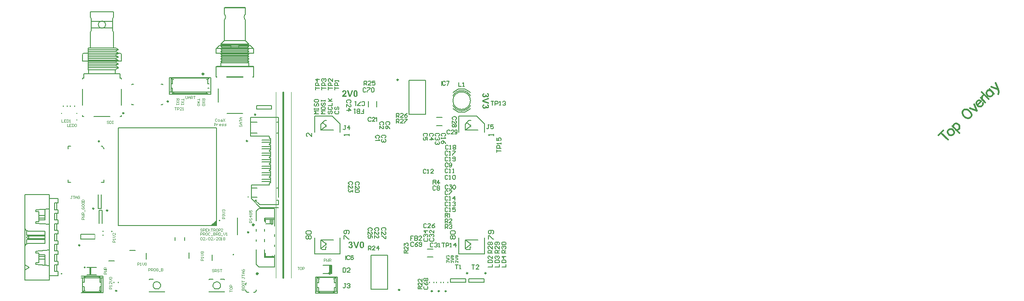
<source format=gto>
G04 Layer_Color=65535*
%FSAX24Y24*%
%MOIN*%
G70*
G01*
G75*
%ADD10C,0.0049*%
%ADD11C,0.0049*%
%ADD14C,0.0118*%
%ADD67C,0.0079*%
%ADD68C,0.0120*%
%ADD69C,0.0098*%
%ADD70C,0.0059*%
%ADD75C,0.0039*%
%ADD81C,0.0100*%
%ADD133R,0.0217X0.0630*%
G36*
X039733Y012469D02*
X039736Y012468D01*
X039739Y012468D01*
X039743Y012467D01*
X039747Y012466D01*
X039756Y012463D01*
X039761Y012461D01*
X039766Y012459D01*
X039771Y012456D01*
X039775Y012453D01*
X039780Y012449D01*
X039785Y012445D01*
X039785Y012444D01*
X039786Y012444D01*
X039787Y012442D01*
X039788Y012440D01*
X039790Y012438D01*
X039792Y012435D01*
X039794Y012432D01*
X039796Y012428D01*
X039798Y012424D01*
X039801Y012419D01*
X039802Y012414D01*
X039804Y012409D01*
X039806Y012403D01*
X039807Y012397D01*
X039808Y012391D01*
X039808Y012384D01*
Y012384D01*
Y012383D01*
Y012381D01*
X039808Y012378D01*
X039807Y012375D01*
X039807Y012372D01*
X039806Y012369D01*
X039805Y012364D01*
X039803Y012355D01*
X039800Y012346D01*
X039797Y012341D01*
X039795Y012337D01*
X039792Y012332D01*
X039788Y012327D01*
X039788Y012327D01*
X039787Y012326D01*
X039786Y012325D01*
X039785Y012324D01*
X039783Y012322D01*
X039780Y012320D01*
X039778Y012318D01*
X039774Y012316D01*
X039771Y012314D01*
X039767Y012311D01*
X039758Y012307D01*
X039748Y012304D01*
X039743Y012302D01*
X039737Y012302D01*
X039731Y012348D01*
X039732D01*
X039734Y012349D01*
X039737Y012349D01*
X039741Y012350D01*
X039746Y012352D01*
X039750Y012354D01*
X039755Y012357D01*
X039759Y012360D01*
X039759Y012361D01*
X039760Y012362D01*
X039762Y012364D01*
X039763Y012367D01*
X039765Y012370D01*
X039766Y012374D01*
X039767Y012379D01*
X039768Y012384D01*
Y012385D01*
X039767Y012386D01*
X039767Y012389D01*
X039766Y012393D01*
X039765Y012397D01*
X039763Y012401D01*
X039760Y012405D01*
X039757Y012409D01*
X039756Y012409D01*
X039754Y012411D01*
X039752Y012412D01*
X039749Y012414D01*
X039744Y012416D01*
X039739Y012418D01*
X039733Y012419D01*
X039726Y012420D01*
X039723D01*
X039719Y012419D01*
X039715Y012418D01*
X039710Y012417D01*
X039706Y012415D01*
X039701Y012413D01*
X039697Y012409D01*
X039696Y012409D01*
X039695Y012407D01*
X039693Y012405D01*
X039691Y012403D01*
X039689Y012399D01*
X039687Y012395D01*
X039686Y012391D01*
X039686Y012386D01*
Y012385D01*
Y012384D01*
Y012382D01*
X039686Y012379D01*
X039686Y012376D01*
X039687Y012372D01*
X039688Y012368D01*
X039689Y012363D01*
X039650Y012369D01*
Y012369D01*
Y012369D01*
Y012370D01*
Y012372D01*
X039650Y012375D01*
X039650Y012380D01*
X039648Y012385D01*
X039647Y012390D01*
X039645Y012394D01*
X039642Y012399D01*
X039642Y012399D01*
X039640Y012401D01*
X039638Y012402D01*
X039635Y012404D01*
X039632Y012406D01*
X039628Y012408D01*
X039623Y012409D01*
X039618Y012409D01*
X039616D01*
X039614Y012409D01*
X039611Y012408D01*
X039607Y012407D01*
X039604Y012406D01*
X039600Y012404D01*
X039597Y012402D01*
X039597Y012401D01*
X039596Y012400D01*
X039595Y012399D01*
X039593Y012396D01*
X039592Y012393D01*
X039591Y012390D01*
X039590Y012386D01*
X039590Y012381D01*
Y012381D01*
Y012379D01*
X039590Y012377D01*
X039591Y012374D01*
X039592Y012371D01*
X039593Y012367D01*
X039596Y012363D01*
X039599Y012360D01*
X039599Y012360D01*
X039600Y012359D01*
X039602Y012357D01*
X039605Y012355D01*
X039608Y012354D01*
X039613Y012352D01*
X039618Y012351D01*
X039624Y012350D01*
X039616Y012305D01*
X039616D01*
X039615Y012306D01*
X039614D01*
X039612Y012306D01*
X039608Y012307D01*
X039603Y012308D01*
X039597Y012311D01*
X039591Y012313D01*
X039585Y012316D01*
X039580Y012319D01*
X039579Y012319D01*
X039577Y012321D01*
X039575Y012323D01*
X039572Y012326D01*
X039568Y012330D01*
X039565Y012334D01*
X039561Y012339D01*
X039558Y012345D01*
Y012346D01*
X039557Y012346D01*
X039557Y012348D01*
X039555Y012352D01*
X039554Y012356D01*
X039552Y012362D01*
X039551Y012368D01*
X039550Y012375D01*
X039550Y012383D01*
Y012383D01*
Y012384D01*
Y012386D01*
X039550Y012389D01*
X039551Y012392D01*
X039551Y012395D01*
X039552Y012399D01*
X039553Y012403D01*
X039555Y012412D01*
X039557Y012417D01*
X039560Y012422D01*
X039562Y012427D01*
X039565Y012431D01*
X039569Y012436D01*
X039573Y012440D01*
X039573Y012440D01*
X039573Y012441D01*
X039575Y012442D01*
X039576Y012443D01*
X039580Y012446D01*
X039585Y012449D01*
X039591Y012452D01*
X039598Y012455D01*
X039606Y012457D01*
X039610Y012457D01*
X039615Y012458D01*
X039616D01*
X039618Y012457D01*
X039620Y012457D01*
X039623Y012457D01*
X039626Y012456D01*
X039630Y012455D01*
X039634Y012453D01*
X039638Y012451D01*
X039642Y012449D01*
X039647Y012446D01*
X039651Y012442D01*
X039655Y012438D01*
X039660Y012433D01*
X039664Y012428D01*
X039668Y012421D01*
Y012422D01*
X039668Y012422D01*
Y012424D01*
X039669Y012425D01*
X039670Y012429D01*
X039672Y012434D01*
X039675Y012439D01*
X039679Y012445D01*
X039683Y012451D01*
X039689Y012456D01*
X039690Y012457D01*
X039692Y012458D01*
X039695Y012460D01*
X039700Y012462D01*
X039705Y012465D01*
X039712Y012467D01*
X039719Y012468D01*
X039728Y012469D01*
X039731D01*
X039733Y012469D01*
D02*
G37*
G36*
X040380Y012901D02*
X040385Y012901D01*
X040392Y012900D01*
X040400Y012900D01*
X040408Y012899D01*
X040416Y012897D01*
X040425Y012896D01*
X040433Y012894D01*
X040442Y012891D01*
X040450Y012889D01*
X040458Y012885D01*
X040465Y012881D01*
X040471Y012877D01*
X040471Y012877D01*
X040472Y012876D01*
X040474Y012875D01*
X040475Y012873D01*
X040477Y012871D01*
X040479Y012869D01*
X040482Y012865D01*
X040484Y012862D01*
X040486Y012858D01*
X040489Y012854D01*
X040491Y012849D01*
X040493Y012844D01*
X040494Y012839D01*
X040496Y012833D01*
X040496Y012826D01*
X040497Y012820D01*
Y012820D01*
Y012818D01*
X040496Y012816D01*
Y012814D01*
X040496Y012811D01*
X040495Y012807D01*
X040495Y012803D01*
X040493Y012799D01*
X040492Y012794D01*
X040490Y012789D01*
X040488Y012784D01*
X040485Y012780D01*
X040482Y012774D01*
X040478Y012770D01*
X040474Y012765D01*
X040469Y012761D01*
X040468Y012760D01*
X040467Y012759D01*
X040466Y012758D01*
X040463Y012757D01*
X040460Y012755D01*
X040456Y012754D01*
X040451Y012751D01*
X040446Y012750D01*
X040439Y012747D01*
X040432Y012745D01*
X040423Y012743D01*
X040414Y012742D01*
X040404Y012741D01*
X040393Y012739D01*
X040381Y012739D01*
X040368Y012738D01*
X040361D01*
X040356Y012739D01*
X040350Y012739D01*
X040343Y012740D01*
X040336Y012741D01*
X040328Y012741D01*
X040320Y012743D01*
X040311Y012744D01*
X040302Y012746D01*
X040294Y012749D01*
X040286Y012751D01*
X040278Y012755D01*
X040271Y012758D01*
X040265Y012763D01*
X040265Y012763D01*
X040264Y012764D01*
X040262Y012765D01*
X040261Y012767D01*
X040259Y012769D01*
X040257Y012771D01*
X040254Y012774D01*
X040252Y012778D01*
X040249Y012782D01*
X040247Y012786D01*
X040245Y012790D01*
X040243Y012796D01*
X040241Y012801D01*
X040240Y012807D01*
X040239Y012813D01*
X040239Y012820D01*
Y012820D01*
Y012821D01*
Y012824D01*
X040239Y012826D01*
X040240Y012829D01*
X040240Y012833D01*
X040241Y012836D01*
X040242Y012841D01*
X040244Y012845D01*
X040245Y012850D01*
X040247Y012854D01*
X040250Y012859D01*
X040253Y012864D01*
X040256Y012869D01*
X040260Y012873D01*
X040265Y012877D01*
X040265Y012877D01*
X040266Y012878D01*
X040268Y012879D01*
X040271Y012881D01*
X040274Y012883D01*
X040279Y012885D01*
X040284Y012887D01*
X040290Y012889D01*
X040296Y012892D01*
X040304Y012894D01*
X040312Y012896D01*
X040322Y012898D01*
X040332Y012900D01*
X040343Y012901D01*
X040355Y012901D01*
X040368Y012902D01*
X040375D01*
X040380Y012901D01*
D02*
G37*
G36*
X039803Y012630D02*
Y012575D01*
X039551Y012484D01*
Y012539D01*
X039738Y012603D01*
X039551Y012665D01*
Y012719D01*
X039803Y012630D01*
D02*
G37*
G36*
X042467Y024338D02*
X042466D01*
X042461Y024337D01*
X042455Y024336D01*
X042447Y024334D01*
X042438Y024330D01*
X042429Y024326D01*
X042420Y024320D01*
X042412Y024314D01*
X042411Y024313D01*
X042409Y024310D01*
X042406Y024306D01*
X042403Y024301D01*
X042399Y024294D01*
X042396Y024285D01*
X042394Y024277D01*
X042394Y024267D01*
Y024265D01*
X042394Y024261D01*
X042395Y024256D01*
X042396Y024249D01*
X042399Y024241D01*
X042403Y024233D01*
X042409Y024224D01*
X042416Y024216D01*
X042417Y024216D01*
X042421Y024213D01*
X042426Y024210D01*
X042432Y024205D01*
X042441Y024202D01*
X042452Y024198D01*
X042464Y024196D01*
X042478Y024195D01*
X042484D01*
X042491Y024196D01*
X042499Y024197D01*
X042509Y024200D01*
X042518Y024204D01*
X042528Y024209D01*
X042536Y024216D01*
X042537Y024216D01*
X042540Y024219D01*
X042544Y024224D01*
X042547Y024229D01*
X042552Y024236D01*
X042555Y024244D01*
X042558Y024253D01*
X042558Y024263D01*
Y024264D01*
Y024267D01*
Y024270D01*
X042558Y024275D01*
X042557Y024282D01*
X042555Y024290D01*
X042553Y024298D01*
X042551Y024307D01*
X042629Y024297D01*
Y024296D01*
Y024296D01*
Y024294D01*
Y024291D01*
X042630Y024283D01*
X042630Y024275D01*
X042633Y024265D01*
X042636Y024255D01*
X042640Y024245D01*
X042646Y024237D01*
X042647Y024236D01*
X042649Y024233D01*
X042653Y024230D01*
X042659Y024226D01*
X042665Y024222D01*
X042673Y024218D01*
X042683Y024216D01*
X042694Y024216D01*
X042698D01*
X042703Y024216D01*
X042708Y024218D01*
X042715Y024219D01*
X042722Y024222D01*
X042729Y024226D01*
X042735Y024231D01*
X042735Y024232D01*
X042737Y024234D01*
X042740Y024237D01*
X042743Y024242D01*
X042745Y024248D01*
X042748Y024254D01*
X042749Y024263D01*
X042750Y024272D01*
Y024272D01*
Y024276D01*
X042749Y024280D01*
X042748Y024286D01*
X042746Y024293D01*
X042743Y024300D01*
X042738Y024307D01*
X042733Y024314D01*
X042732Y024315D01*
X042730Y024317D01*
X042725Y024320D01*
X042719Y024323D01*
X042713Y024327D01*
X042704Y024330D01*
X042694Y024333D01*
X042682Y024335D01*
X042697Y024424D01*
X042698D01*
X042699Y024423D01*
X042701D01*
X042705Y024423D01*
X042713Y024420D01*
X042724Y024417D01*
X042735Y024413D01*
X042748Y024409D01*
X042760Y024403D01*
X042770Y024396D01*
X042772Y024396D01*
X042775Y024393D01*
X042780Y024388D01*
X042786Y024382D01*
X042793Y024375D01*
X042800Y024366D01*
X042808Y024355D01*
X042814Y024344D01*
Y024343D01*
X042815Y024342D01*
X042816Y024338D01*
X042819Y024331D01*
X042822Y024322D01*
X042825Y024311D01*
X042828Y024298D01*
X042829Y024284D01*
X042830Y024269D01*
Y024268D01*
Y024266D01*
Y024262D01*
X042829Y024257D01*
X042829Y024251D01*
X042828Y024244D01*
X042827Y024236D01*
X042824Y024228D01*
X042819Y024210D01*
X042816Y024200D01*
X042811Y024190D01*
X042805Y024181D01*
X042800Y024172D01*
X042792Y024162D01*
X042784Y024154D01*
X042784Y024154D01*
X042783Y024153D01*
X042781Y024151D01*
X042778Y024148D01*
X042770Y024143D01*
X042760Y024136D01*
X042748Y024129D01*
X042733Y024124D01*
X042717Y024120D01*
X042709Y024119D01*
X042700Y024119D01*
X042698D01*
X042694Y024119D01*
X042690Y024120D01*
X042684Y024121D01*
X042677Y024122D01*
X042670Y024124D01*
X042662Y024127D01*
X042654Y024132D01*
X042645Y024136D01*
X042636Y024142D01*
X042628Y024149D01*
X042619Y024158D01*
X042610Y024167D01*
X042602Y024178D01*
X042594Y024191D01*
Y024191D01*
X042593Y024189D01*
Y024187D01*
X042592Y024184D01*
X042590Y024176D01*
X042585Y024167D01*
X042579Y024156D01*
X042572Y024144D01*
X042563Y024132D01*
X042552Y024122D01*
X042550Y024121D01*
X042546Y024118D01*
X042539Y024114D01*
X042530Y024109D01*
X042519Y024104D01*
X042505Y024100D01*
X042491Y024097D01*
X042474Y024096D01*
X042467D01*
X042463Y024097D01*
X042457Y024097D01*
X042450Y024099D01*
X042442Y024100D01*
X042434Y024102D01*
X042417Y024108D01*
X042407Y024112D01*
X042397Y024116D01*
X042388Y024122D01*
X042378Y024129D01*
X042369Y024136D01*
X042360Y024145D01*
X042359Y024146D01*
X042358Y024147D01*
X042356Y024150D01*
X042353Y024154D01*
X042349Y024159D01*
X042345Y024164D01*
X042341Y024171D01*
X042337Y024178D01*
X042332Y024186D01*
X042328Y024196D01*
X042324Y024206D01*
X042321Y024216D01*
X042318Y024228D01*
X042316Y024240D01*
X042314Y024253D01*
X042313Y024266D01*
Y024267D01*
Y024269D01*
Y024272D01*
X042314Y024277D01*
X042315Y024283D01*
X042316Y024290D01*
X042317Y024297D01*
X042318Y024306D01*
X042323Y024323D01*
X042330Y024342D01*
X042334Y024353D01*
X042340Y024361D01*
X042346Y024371D01*
X042353Y024380D01*
X042353Y024380D01*
X042355Y024382D01*
X042357Y024384D01*
X042360Y024387D01*
X042364Y024390D01*
X042369Y024394D01*
X042374Y024398D01*
X042380Y024403D01*
X042388Y024407D01*
X042395Y024412D01*
X042413Y024420D01*
X042433Y024427D01*
X042444Y024430D01*
X042456Y024431D01*
X042467Y024338D01*
D02*
G37*
G36*
X039733Y012899D02*
X039736Y012899D01*
X039739Y012898D01*
X039743Y012897D01*
X039747Y012897D01*
X039756Y012894D01*
X039761Y012892D01*
X039766Y012889D01*
X039771Y012887D01*
X039775Y012883D01*
X039780Y012880D01*
X039785Y012875D01*
X039785Y012875D01*
X039786Y012874D01*
X039787Y012873D01*
X039788Y012871D01*
X039790Y012868D01*
X039792Y012866D01*
X039794Y012862D01*
X039796Y012858D01*
X039798Y012854D01*
X039801Y012850D01*
X039802Y012845D01*
X039804Y012840D01*
X039806Y012834D01*
X039807Y012828D01*
X039808Y012821D01*
X039808Y012815D01*
Y012814D01*
Y012813D01*
Y012812D01*
X039808Y012809D01*
X039807Y012806D01*
X039807Y012803D01*
X039806Y012799D01*
X039805Y012795D01*
X039803Y012786D01*
X039800Y012777D01*
X039797Y012772D01*
X039795Y012767D01*
X039792Y012762D01*
X039788Y012758D01*
X039788Y012758D01*
X039787Y012757D01*
X039786Y012756D01*
X039785Y012754D01*
X039783Y012753D01*
X039780Y012751D01*
X039778Y012749D01*
X039774Y012746D01*
X039771Y012744D01*
X039767Y012742D01*
X039758Y012738D01*
X039748Y012734D01*
X039743Y012733D01*
X039737Y012732D01*
X039731Y012779D01*
X039732D01*
X039734Y012779D01*
X039737Y012780D01*
X039741Y012781D01*
X039746Y012783D01*
X039750Y012785D01*
X039755Y012788D01*
X039759Y012791D01*
X039759Y012791D01*
X039760Y012793D01*
X039762Y012795D01*
X039763Y012797D01*
X039765Y012801D01*
X039766Y012805D01*
X039767Y012809D01*
X039768Y012814D01*
Y012815D01*
X039767Y012817D01*
X039767Y012820D01*
X039766Y012823D01*
X039765Y012827D01*
X039763Y012831D01*
X039760Y012836D01*
X039757Y012840D01*
X039756Y012840D01*
X039754Y012841D01*
X039752Y012843D01*
X039749Y012845D01*
X039744Y012847D01*
X039739Y012849D01*
X039733Y012850D01*
X039726Y012850D01*
X039723D01*
X039719Y012850D01*
X039715Y012849D01*
X039710Y012848D01*
X039706Y012846D01*
X039701Y012843D01*
X039697Y012840D01*
X039696Y012840D01*
X039695Y012838D01*
X039693Y012836D01*
X039691Y012833D01*
X039689Y012830D01*
X039687Y012826D01*
X039686Y012821D01*
X039686Y012816D01*
Y012816D01*
Y012814D01*
Y012813D01*
X039686Y012810D01*
X039686Y012807D01*
X039687Y012803D01*
X039688Y012799D01*
X039689Y012794D01*
X039650Y012799D01*
Y012800D01*
Y012800D01*
Y012801D01*
Y012802D01*
X039650Y012806D01*
X039650Y012810D01*
X039648Y012815D01*
X039647Y012820D01*
X039645Y012825D01*
X039642Y012829D01*
X039642Y012830D01*
X039640Y012831D01*
X039638Y012833D01*
X039635Y012835D01*
X039632Y012837D01*
X039628Y012838D01*
X039623Y012840D01*
X039618Y012840D01*
X039616D01*
X039614Y012840D01*
X039611Y012839D01*
X039607Y012838D01*
X039604Y012837D01*
X039600Y012835D01*
X039597Y012832D01*
X039597Y012832D01*
X039596Y012831D01*
X039595Y012829D01*
X039593Y012827D01*
X039592Y012824D01*
X039591Y012821D01*
X039590Y012816D01*
X039590Y012812D01*
Y012812D01*
Y012810D01*
X039590Y012808D01*
X039591Y012805D01*
X039592Y012801D01*
X039593Y012798D01*
X039596Y012794D01*
X039599Y012791D01*
X039599Y012790D01*
X039600Y012789D01*
X039602Y012788D01*
X039605Y012786D01*
X039608Y012784D01*
X039613Y012783D01*
X039618Y012781D01*
X039624Y012780D01*
X039616Y012736D01*
X039616D01*
X039615Y012736D01*
X039614D01*
X039612Y012737D01*
X039608Y012738D01*
X039603Y012739D01*
X039597Y012741D01*
X039591Y012743D01*
X039585Y012746D01*
X039580Y012750D01*
X039579Y012750D01*
X039577Y012751D01*
X039575Y012754D01*
X039572Y012757D01*
X039568Y012760D01*
X039565Y012765D01*
X039561Y012770D01*
X039558Y012776D01*
Y012776D01*
X039557Y012777D01*
X039557Y012779D01*
X039555Y012782D01*
X039554Y012787D01*
X039552Y012792D01*
X039551Y012799D01*
X039550Y012806D01*
X039550Y012813D01*
Y012814D01*
Y012815D01*
Y012817D01*
X039550Y012819D01*
X039551Y012822D01*
X039551Y012826D01*
X039552Y012830D01*
X039553Y012834D01*
X039555Y012843D01*
X039557Y012848D01*
X039560Y012853D01*
X039562Y012857D01*
X039565Y012862D01*
X039569Y012866D01*
X039573Y012871D01*
X039573Y012871D01*
X039573Y012871D01*
X039575Y012872D01*
X039576Y012873D01*
X039580Y012876D01*
X039585Y012880D01*
X039591Y012883D01*
X039598Y012885D01*
X039606Y012888D01*
X039610Y012888D01*
X039615Y012888D01*
X039616D01*
X039618Y012888D01*
X039620Y012888D01*
X039623Y012887D01*
X039626Y012887D01*
X039630Y012885D01*
X039634Y012884D01*
X039638Y012882D01*
X039642Y012880D01*
X039647Y012877D01*
X039651Y012873D01*
X039655Y012869D01*
X039660Y012864D01*
X039664Y012858D01*
X039668Y012852D01*
Y012852D01*
X039668Y012853D01*
Y012854D01*
X039669Y012856D01*
X039670Y012860D01*
X039672Y012864D01*
X039675Y012870D01*
X039679Y012876D01*
X039683Y012881D01*
X039689Y012887D01*
X039690Y012887D01*
X039692Y012889D01*
X039695Y012891D01*
X039700Y012893D01*
X039705Y012896D01*
X039712Y012897D01*
X039719Y012899D01*
X039728Y012900D01*
X039731D01*
X039733Y012899D01*
D02*
G37*
G36*
X032261Y013950D02*
X032267Y013949D01*
X032274Y013949D01*
X032282Y013947D01*
X032290Y013945D01*
X032308Y013940D01*
X032318Y013936D01*
X032328Y013931D01*
X032337Y013926D01*
X032346Y013920D01*
X032356Y013913D01*
X032364Y013905D01*
X032364Y013904D01*
X032365Y013903D01*
X032367Y013901D01*
X032369Y013898D01*
X032375Y013891D01*
X032382Y013881D01*
X032388Y013868D01*
X032394Y013854D01*
X032398Y013838D01*
X032399Y013830D01*
X032399Y013821D01*
Y013820D01*
Y013818D01*
X032399Y013814D01*
X032398Y013810D01*
X032397Y013804D01*
X032396Y013798D01*
X032394Y013790D01*
X032391Y013782D01*
X032386Y013774D01*
X032382Y013766D01*
X032376Y013757D01*
X032369Y013748D01*
X032360Y013739D01*
X032351Y013731D01*
X032340Y013723D01*
X032326Y013714D01*
X032327D01*
X032329Y013714D01*
X032331D01*
X032334Y013712D01*
X032342Y013710D01*
X032351Y013706D01*
X032362Y013700D01*
X032374Y013693D01*
X032385Y013683D01*
X032396Y013672D01*
X032397Y013671D01*
X032400Y013666D01*
X032404Y013660D01*
X032409Y013650D01*
X032414Y013639D01*
X032418Y013626D01*
X032420Y013611D01*
X032422Y013594D01*
Y013593D01*
Y013591D01*
Y013588D01*
X032421Y013583D01*
X032420Y013577D01*
X032419Y013571D01*
X032418Y013563D01*
X032416Y013555D01*
X032410Y013537D01*
X032406Y013528D01*
X032402Y013518D01*
X032396Y013508D01*
X032389Y013499D01*
X032382Y013489D01*
X032373Y013480D01*
X032372Y013480D01*
X032371Y013478D01*
X032368Y013476D01*
X032364Y013473D01*
X032359Y013470D01*
X032354Y013466D01*
X032347Y013462D01*
X032340Y013457D01*
X032332Y013453D01*
X032322Y013448D01*
X032312Y013445D01*
X032302Y013441D01*
X032290Y013438D01*
X032278Y013436D01*
X032265Y013435D01*
X032252Y013434D01*
X032246D01*
X032240Y013435D01*
X032235Y013435D01*
X032228Y013436D01*
X032221Y013437D01*
X032212Y013439D01*
X032195Y013443D01*
X032176Y013451D01*
X032165Y013455D01*
X032157Y013460D01*
X032147Y013467D01*
X032138Y013473D01*
X032138Y013474D01*
X032136Y013475D01*
X032134Y013478D01*
X032131Y013480D01*
X032127Y013484D01*
X032124Y013489D01*
X032119Y013494D01*
X032115Y013501D01*
X032111Y013508D01*
X032106Y013515D01*
X032098Y013533D01*
X032091Y013553D01*
X032088Y013564D01*
X032087Y013576D01*
X032180Y013588D01*
Y013587D01*
Y013586D01*
X032181Y013582D01*
X032182Y013575D01*
X032184Y013567D01*
X032188Y013558D01*
X032192Y013549D01*
X032197Y013540D01*
X032204Y013532D01*
X032205Y013532D01*
X032208Y013529D01*
X032212Y013526D01*
X032217Y013523D01*
X032224Y013520D01*
X032232Y013517D01*
X032241Y013515D01*
X032251Y013514D01*
X032253D01*
X032256Y013515D01*
X032262Y013515D01*
X032269Y013517D01*
X032277Y013520D01*
X032285Y013523D01*
X032294Y013529D01*
X032302Y013537D01*
X032302Y013537D01*
X032305Y013541D01*
X032308Y013546D01*
X032313Y013553D01*
X032316Y013561D01*
X032320Y013572D01*
X032322Y013585D01*
X032323Y013599D01*
Y013599D01*
Y013600D01*
Y013604D01*
X032322Y013611D01*
X032321Y013620D01*
X032318Y013629D01*
X032314Y013639D01*
X032309Y013648D01*
X032302Y013657D01*
X032302Y013658D01*
X032299Y013661D01*
X032294Y013664D01*
X032289Y013668D01*
X032282Y013672D01*
X032274Y013675D01*
X032265Y013678D01*
X032255Y013679D01*
X032248D01*
X032243Y013678D01*
X032236Y013677D01*
X032228Y013676D01*
X032220Y013674D01*
X032211Y013671D01*
X032221Y013749D01*
X032227D01*
X032235Y013750D01*
X032243Y013751D01*
X032253Y013753D01*
X032263Y013756D01*
X032273Y013760D01*
X032281Y013766D01*
X032282Y013767D01*
X032285Y013770D01*
X032288Y013774D01*
X032292Y013779D01*
X032296Y013786D01*
X032299Y013794D01*
X032302Y013803D01*
X032302Y013814D01*
Y013816D01*
Y013819D01*
X032302Y013823D01*
X032300Y013829D01*
X032299Y013836D01*
X032296Y013842D01*
X032292Y013849D01*
X032287Y013855D01*
X032286Y013856D01*
X032284Y013857D01*
X032281Y013860D01*
X032276Y013863D01*
X032270Y013865D01*
X032264Y013868D01*
X032255Y013870D01*
X032246Y013871D01*
X032242D01*
X032238Y013870D01*
X032232Y013868D01*
X032225Y013866D01*
X032218Y013863D01*
X032211Y013859D01*
X032204Y013853D01*
X032203Y013852D01*
X032201Y013850D01*
X032198Y013846D01*
X032195Y013840D01*
X032191Y013833D01*
X032188Y013825D01*
X032185Y013814D01*
X032183Y013803D01*
X032094Y013817D01*
Y013818D01*
X032095Y013819D01*
Y013822D01*
X032095Y013825D01*
X032098Y013833D01*
X032100Y013844D01*
X032105Y013856D01*
X032109Y013868D01*
X032115Y013880D01*
X032122Y013891D01*
X032122Y013892D01*
X032125Y013895D01*
X032130Y013900D01*
X032135Y013907D01*
X032143Y013914D01*
X032152Y013921D01*
X032162Y013928D01*
X032174Y013935D01*
X032175D01*
X032176Y013935D01*
X032180Y013937D01*
X032187Y013940D01*
X032196Y013943D01*
X032207Y013946D01*
X032220Y013949D01*
X032234Y013950D01*
X032249Y013951D01*
X032256D01*
X032261Y013950D01*
D02*
G37*
G36*
X033128D02*
X033134Y013949D01*
X033141Y013948D01*
X033149Y013946D01*
X033158Y013944D01*
X033167Y013941D01*
X033176Y013938D01*
X033185Y013934D01*
X033195Y013929D01*
X033204Y013922D01*
X033214Y013916D01*
X033222Y013908D01*
X033230Y013898D01*
X033231Y013897D01*
X033233Y013895D01*
X033235Y013892D01*
X033238Y013887D01*
X033242Y013879D01*
X033246Y013871D01*
X033251Y013861D01*
X033255Y013849D01*
X033260Y013836D01*
X033265Y013820D01*
X033268Y013803D01*
X033272Y013784D01*
X033276Y013764D01*
X033278Y013742D01*
X033279Y013718D01*
X033280Y013692D01*
Y013691D01*
Y013690D01*
Y013688D01*
Y013685D01*
Y013678D01*
X033279Y013669D01*
X033279Y013657D01*
X033277Y013643D01*
X033276Y013628D01*
X033274Y013612D01*
X033271Y013596D01*
X033268Y013578D01*
X033264Y013561D01*
X033259Y013545D01*
X033254Y013528D01*
X033246Y013513D01*
X033239Y013498D01*
X033230Y013486D01*
X033230Y013485D01*
X033228Y013483D01*
X033226Y013480D01*
X033223Y013478D01*
X033219Y013474D01*
X033214Y013470D01*
X033207Y013464D01*
X033201Y013460D01*
X033193Y013455D01*
X033184Y013450D01*
X033175Y013445D01*
X033165Y013442D01*
X033154Y013439D01*
X033141Y013436D01*
X033129Y013435D01*
X033116Y013434D01*
X033113D01*
X033109Y013435D01*
X033104D01*
X033098Y013435D01*
X033090Y013437D01*
X033082Y013438D01*
X033074Y013441D01*
X033064Y013444D01*
X033055Y013448D01*
X033045Y013452D01*
X033035Y013458D01*
X033025Y013464D01*
X033015Y013472D01*
X033006Y013480D01*
X032997Y013490D01*
X032996Y013491D01*
X032995Y013493D01*
X032993Y013497D01*
X032991Y013501D01*
X032987Y013507D01*
X032983Y013515D01*
X032979Y013526D01*
X032975Y013537D01*
X032971Y013550D01*
X032967Y013564D01*
X032963Y013581D01*
X032960Y013599D01*
X032957Y013620D01*
X032955Y013642D01*
X032953Y013666D01*
X032953Y013693D01*
Y013693D01*
Y013694D01*
Y013696D01*
Y013699D01*
Y013706D01*
X032953Y013716D01*
X032954Y013728D01*
X032956Y013741D01*
X032957Y013756D01*
X032959Y013772D01*
X032961Y013789D01*
X032964Y013806D01*
X032969Y013823D01*
X032973Y013840D01*
X032979Y013856D01*
X032985Y013871D01*
X032993Y013886D01*
X033002Y013898D01*
X033002Y013899D01*
X033004Y013900D01*
X033006Y013903D01*
X033010Y013906D01*
X033013Y013911D01*
X033018Y013915D01*
X033025Y013919D01*
X033031Y013924D01*
X033039Y013930D01*
X033047Y013934D01*
X033057Y013938D01*
X033067Y013943D01*
X033078Y013946D01*
X033090Y013949D01*
X033103Y013950D01*
X033116Y013951D01*
X033123D01*
X033128Y013950D01*
D02*
G37*
G36*
X032743Y013443D02*
X032633D01*
X032453Y013948D01*
X032563D01*
X032691Y013575D01*
X032814Y013948D01*
X032923D01*
X032743Y013443D01*
D02*
G37*
G36*
X040492Y012634D02*
Y012579D01*
X040240Y012489D01*
Y012544D01*
X040427Y012608D01*
X040240Y012669D01*
Y012723D01*
X040492Y012634D01*
D02*
G37*
G36*
Y012302D02*
X040491D01*
X040490Y012302D01*
X040488Y012302D01*
X040486Y012303D01*
X040483Y012303D01*
X040476Y012304D01*
X040469Y012307D01*
X040461Y012310D01*
X040452Y012313D01*
X040444Y012318D01*
X040444D01*
X040443Y012319D01*
X040442Y012319D01*
X040440Y012321D01*
X040438Y012322D01*
X040435Y012325D01*
X040432Y012327D01*
X040428Y012330D01*
X040424Y012333D01*
X040419Y012337D01*
X040414Y012342D01*
X040409Y012347D01*
X040403Y012352D01*
X040397Y012358D01*
X040391Y012365D01*
X040384Y012372D01*
X040383Y012373D01*
X040382Y012374D01*
X040381Y012375D01*
X040379Y012377D01*
X040376Y012380D01*
X040373Y012383D01*
X040367Y012390D01*
X040360Y012396D01*
X040353Y012403D01*
X040350Y012406D01*
X040347Y012409D01*
X040344Y012411D01*
X040342Y012412D01*
X040341Y012413D01*
X040340Y012414D01*
X040337Y012416D01*
X040333Y012417D01*
X040328Y012419D01*
X040323Y012421D01*
X040318Y012422D01*
X040313Y012422D01*
X040310D01*
X040307Y012422D01*
X040303Y012421D01*
X040299Y012420D01*
X040295Y012419D01*
X040291Y012417D01*
X040288Y012414D01*
X040287Y012413D01*
X040286Y012412D01*
X040285Y012410D01*
X040283Y012407D01*
X040282Y012404D01*
X040280Y012400D01*
X040279Y012395D01*
X040279Y012390D01*
Y012389D01*
Y012387D01*
X040279Y012384D01*
X040280Y012381D01*
X040281Y012377D01*
X040283Y012373D01*
X040285Y012369D01*
X040288Y012365D01*
X040288Y012365D01*
X040290Y012364D01*
X040292Y012362D01*
X040295Y012361D01*
X040299Y012359D01*
X040305Y012358D01*
X040311Y012356D01*
X040318Y012355D01*
X040313Y012307D01*
X040313D01*
X040312Y012308D01*
X040310D01*
X040307Y012308D01*
X040304Y012309D01*
X040300Y012310D01*
X040296Y012311D01*
X040291Y012312D01*
X040282Y012316D01*
X040273Y012320D01*
X040268Y012323D01*
X040264Y012326D01*
X040260Y012330D01*
X040256Y012334D01*
X040256Y012334D01*
X040256Y012335D01*
X040255Y012336D01*
X040253Y012338D01*
X040252Y012340D01*
X040251Y012343D01*
X040249Y012346D01*
X040248Y012350D01*
X040246Y012354D01*
X040244Y012358D01*
X040241Y012367D01*
X040240Y012379D01*
X040239Y012385D01*
X040239Y012391D01*
Y012391D01*
Y012393D01*
Y012394D01*
X040239Y012397D01*
X040240Y012400D01*
X040240Y012404D01*
X040241Y012408D01*
X040241Y012412D01*
X040244Y012422D01*
X040248Y012431D01*
X040250Y012436D01*
X040252Y012441D01*
X040256Y012445D01*
X040259Y012449D01*
X040260Y012450D01*
X040260Y012450D01*
X040261Y012451D01*
X040263Y012453D01*
X040265Y012454D01*
X040267Y012456D01*
X040270Y012458D01*
X040273Y012460D01*
X040280Y012464D01*
X040289Y012468D01*
X040293Y012469D01*
X040298Y012470D01*
X040304Y012470D01*
X040309Y012471D01*
X040312D01*
X040316Y012470D01*
X040320Y012470D01*
X040325Y012469D01*
X040330Y012468D01*
X040336Y012467D01*
X040342Y012465D01*
X040343Y012464D01*
X040344Y012464D01*
X040348Y012462D01*
X040352Y012460D01*
X040356Y012457D01*
X040362Y012454D01*
X040368Y012450D01*
X040374Y012445D01*
X040374Y012445D01*
X040376Y012444D01*
X040379Y012441D01*
X040382Y012438D01*
X040387Y012434D01*
X040392Y012428D01*
X040399Y012422D01*
X040406Y012414D01*
X040407Y012413D01*
X040407Y012413D01*
X040408Y012412D01*
X040409Y012410D01*
X040413Y012406D01*
X040418Y012401D01*
X040422Y012397D01*
X040427Y012392D01*
X040431Y012387D01*
X040433Y012386D01*
X040434Y012385D01*
X040435Y012384D01*
X040435Y012383D01*
X040437Y012382D01*
X040439Y012381D01*
X040443Y012378D01*
X040447Y012375D01*
Y012471D01*
X040492D01*
Y012302D01*
D02*
G37*
G36*
X040035Y012897D02*
X040041Y012897D01*
X040048Y012896D01*
X040055Y012895D01*
X040063Y012895D01*
X040072Y012893D01*
X040080Y012891D01*
X040089Y012889D01*
X040097Y012887D01*
X040105Y012884D01*
X040113Y012881D01*
X040120Y012877D01*
X040127Y012873D01*
X040127Y012872D01*
X040128Y012872D01*
X040129Y012871D01*
X040131Y012869D01*
X040132Y012867D01*
X040135Y012864D01*
X040137Y012861D01*
X040139Y012858D01*
X040142Y012854D01*
X040144Y012850D01*
X040147Y012845D01*
X040148Y012840D01*
X040150Y012834D01*
X040151Y012828D01*
X040152Y012822D01*
X040152Y012816D01*
Y012815D01*
Y012814D01*
X040152Y012812D01*
Y012809D01*
X040152Y012806D01*
X040151Y012803D01*
X040150Y012799D01*
X040149Y012794D01*
X040147Y012790D01*
X040145Y012785D01*
X040143Y012780D01*
X040140Y012775D01*
X040137Y012770D01*
X040133Y012765D01*
X040129Y012761D01*
X040124Y012756D01*
X040124Y012756D01*
X040123Y012755D01*
X040121Y012754D01*
X040119Y012753D01*
X040116Y012751D01*
X040112Y012749D01*
X040107Y012747D01*
X040101Y012745D01*
X040094Y012743D01*
X040087Y012741D01*
X040079Y012739D01*
X040070Y012738D01*
X040060Y012736D01*
X040048Y012735D01*
X040036Y012734D01*
X040023Y012734D01*
X040016D01*
X040012Y012734D01*
X040006Y012735D01*
X039999Y012735D01*
X039991Y012736D01*
X039983Y012737D01*
X039975Y012738D01*
X039967Y012740D01*
X039958Y012742D01*
X039950Y012744D01*
X039942Y012747D01*
X039934Y012750D01*
X039927Y012754D01*
X039920Y012758D01*
X039920Y012759D01*
X039919Y012759D01*
X039918Y012761D01*
X039917Y012762D01*
X039914Y012764D01*
X039912Y012767D01*
X039910Y012770D01*
X039907Y012773D01*
X039905Y012777D01*
X039903Y012781D01*
X039900Y012786D01*
X039898Y012791D01*
X039897Y012797D01*
X039895Y012803D01*
X039895Y012809D01*
X039894Y012816D01*
Y012816D01*
Y012817D01*
Y012819D01*
X039895Y012822D01*
X039895Y012825D01*
X039896Y012828D01*
X039896Y012832D01*
X039898Y012836D01*
X039899Y012841D01*
X039901Y012845D01*
X039903Y012850D01*
X039905Y012855D01*
X039908Y012860D01*
X039912Y012864D01*
X039916Y012869D01*
X039920Y012873D01*
X039921Y012873D01*
X039922Y012874D01*
X039924Y012875D01*
X039926Y012877D01*
X039930Y012879D01*
X039934Y012881D01*
X039939Y012883D01*
X039945Y012885D01*
X039952Y012887D01*
X039959Y012890D01*
X039968Y012892D01*
X039977Y012893D01*
X039987Y012895D01*
X039998Y012896D01*
X040010Y012897D01*
X040024Y012897D01*
X040030D01*
X040035Y012897D01*
D02*
G37*
G36*
X040148Y012630D02*
Y012575D01*
X039896Y012484D01*
Y012539D01*
X040082Y012603D01*
X039896Y012665D01*
Y012719D01*
X040148Y012630D01*
D02*
G37*
G36*
X040078Y012469D02*
X040081Y012468D01*
X040084Y012468D01*
X040088Y012467D01*
X040092Y012466D01*
X040101Y012463D01*
X040105Y012461D01*
X040111Y012459D01*
X040115Y012456D01*
X040120Y012453D01*
X040125Y012449D01*
X040129Y012445D01*
X040129Y012444D01*
X040130Y012444D01*
X040131Y012442D01*
X040133Y012440D01*
X040135Y012438D01*
X040136Y012435D01*
X040139Y012432D01*
X040141Y012428D01*
X040143Y012424D01*
X040145Y012419D01*
X040147Y012414D01*
X040149Y012409D01*
X040150Y012403D01*
X040151Y012397D01*
X040152Y012391D01*
X040152Y012384D01*
Y012384D01*
Y012383D01*
Y012381D01*
X040152Y012378D01*
X040152Y012375D01*
X040151Y012372D01*
X040151Y012369D01*
X040150Y012364D01*
X040148Y012355D01*
X040144Y012346D01*
X040142Y012341D01*
X040139Y012337D01*
X040136Y012332D01*
X040133Y012327D01*
X040132Y012327D01*
X040132Y012326D01*
X040131Y012325D01*
X040129Y012324D01*
X040127Y012322D01*
X040125Y012320D01*
X040122Y012318D01*
X040119Y012316D01*
X040115Y012314D01*
X040112Y012311D01*
X040103Y012307D01*
X040093Y012304D01*
X040087Y012302D01*
X040081Y012302D01*
X040076Y012348D01*
X040076D01*
X040078Y012349D01*
X040082Y012349D01*
X040086Y012350D01*
X040090Y012352D01*
X040095Y012354D01*
X040099Y012357D01*
X040103Y012360D01*
X040104Y012361D01*
X040105Y012362D01*
X040106Y012364D01*
X040108Y012367D01*
X040109Y012370D01*
X040111Y012374D01*
X040112Y012379D01*
X040112Y012384D01*
Y012385D01*
X040112Y012386D01*
X040112Y012389D01*
X040111Y012393D01*
X040109Y012397D01*
X040108Y012401D01*
X040105Y012405D01*
X040101Y012409D01*
X040101Y012409D01*
X040099Y012411D01*
X040096Y012412D01*
X040093Y012414D01*
X040089Y012416D01*
X040083Y012418D01*
X040077Y012419D01*
X040070Y012420D01*
X040067D01*
X040064Y012419D01*
X040060Y012418D01*
X040055Y012417D01*
X040050Y012415D01*
X040045Y012413D01*
X040041Y012409D01*
X040041Y012409D01*
X040039Y012407D01*
X040037Y012405D01*
X040036Y012403D01*
X040033Y012399D01*
X040032Y012395D01*
X040030Y012391D01*
X040030Y012386D01*
Y012385D01*
Y012384D01*
Y012382D01*
X040030Y012379D01*
X040031Y012376D01*
X040032Y012372D01*
X040033Y012368D01*
X040034Y012363D01*
X039995Y012369D01*
Y012369D01*
Y012369D01*
Y012370D01*
Y012372D01*
X039994Y012375D01*
X039994Y012380D01*
X039993Y012385D01*
X039991Y012390D01*
X039989Y012394D01*
X039986Y012399D01*
X039986Y012399D01*
X039985Y012401D01*
X039983Y012402D01*
X039980Y012404D01*
X039977Y012406D01*
X039973Y012408D01*
X039968Y012409D01*
X039962Y012409D01*
X039960D01*
X039958Y012409D01*
X039955Y012408D01*
X039952Y012407D01*
X039949Y012406D01*
X039945Y012404D01*
X039942Y012402D01*
X039942Y012401D01*
X039941Y012400D01*
X039939Y012399D01*
X039938Y012396D01*
X039937Y012393D01*
X039935Y012390D01*
X039935Y012386D01*
X039934Y012381D01*
Y012381D01*
Y012379D01*
X039935Y012377D01*
X039935Y012374D01*
X039937Y012371D01*
X039938Y012367D01*
X039940Y012363D01*
X039943Y012360D01*
X039943Y012360D01*
X039945Y012359D01*
X039947Y012357D01*
X039950Y012355D01*
X039953Y012354D01*
X039957Y012352D01*
X039962Y012351D01*
X039968Y012350D01*
X039961Y012305D01*
X039961D01*
X039960Y012306D01*
X039959D01*
X039957Y012306D01*
X039953Y012307D01*
X039947Y012308D01*
X039942Y012311D01*
X039935Y012313D01*
X039930Y012316D01*
X039924Y012319D01*
X039923Y012319D01*
X039922Y012321D01*
X039919Y012323D01*
X039916Y012326D01*
X039913Y012330D01*
X039909Y012334D01*
X039906Y012339D01*
X039902Y012345D01*
Y012346D01*
X039902Y012346D01*
X039901Y012348D01*
X039900Y012352D01*
X039898Y012356D01*
X039897Y012362D01*
X039895Y012368D01*
X039895Y012375D01*
X039894Y012383D01*
Y012383D01*
Y012384D01*
Y012386D01*
X039895Y012389D01*
X039895Y012392D01*
X039895Y012395D01*
X039896Y012399D01*
X039897Y012403D01*
X039900Y012412D01*
X039902Y012417D01*
X039904Y012422D01*
X039907Y012427D01*
X039910Y012431D01*
X039913Y012436D01*
X039917Y012440D01*
X039918Y012440D01*
X039918Y012441D01*
X039919Y012442D01*
X039920Y012443D01*
X039924Y012446D01*
X039929Y012449D01*
X039935Y012452D01*
X039943Y012455D01*
X039951Y012457D01*
X039955Y012457D01*
X039959Y012458D01*
X039961D01*
X039962Y012457D01*
X039965Y012457D01*
X039967Y012457D01*
X039971Y012456D01*
X039974Y012455D01*
X039978Y012453D01*
X039982Y012451D01*
X039987Y012449D01*
X039991Y012446D01*
X039995Y012442D01*
X040000Y012438D01*
X040004Y012433D01*
X040008Y012428D01*
X040012Y012421D01*
Y012422D01*
X040013Y012422D01*
Y012424D01*
X040013Y012425D01*
X040014Y012429D01*
X040017Y012434D01*
X040020Y012439D01*
X040023Y012445D01*
X040028Y012451D01*
X040033Y012456D01*
X040034Y012457D01*
X040036Y012458D01*
X040040Y012460D01*
X040044Y012462D01*
X040050Y012465D01*
X040057Y012467D01*
X040064Y012468D01*
X040072Y012469D01*
X040076D01*
X040078Y012469D01*
D02*
G37*
G36*
X032260Y024998D02*
X032150D01*
X031969Y025503D01*
X032079D01*
X032208Y025130D01*
X032331Y025503D01*
X032439D01*
X032260Y024998D01*
D02*
G37*
G36*
X042467Y025200D02*
X042466D01*
X042461Y025200D01*
X042455Y025198D01*
X042447Y025196D01*
X042438Y025192D01*
X042429Y025189D01*
X042420Y025183D01*
X042412Y025176D01*
X042411Y025176D01*
X042409Y025173D01*
X042406Y025168D01*
X042403Y025163D01*
X042399Y025156D01*
X042396Y025148D01*
X042394Y025139D01*
X042394Y025129D01*
Y025127D01*
X042394Y025124D01*
X042395Y025119D01*
X042396Y025111D01*
X042399Y025103D01*
X042403Y025095D01*
X042409Y025087D01*
X042416Y025079D01*
X042417Y025078D01*
X042421Y025075D01*
X042426Y025072D01*
X042432Y025068D01*
X042441Y025064D01*
X042452Y025060D01*
X042464Y025058D01*
X042478Y025057D01*
X042484D01*
X042491Y025058D01*
X042499Y025060D01*
X042509Y025063D01*
X042518Y025066D01*
X042528Y025071D01*
X042536Y025078D01*
X042537Y025079D01*
X042540Y025082D01*
X042544Y025086D01*
X042547Y025091D01*
X042552Y025098D01*
X042555Y025106D01*
X042558Y025115D01*
X042558Y025125D01*
Y025126D01*
Y025129D01*
Y025133D01*
X042558Y025138D01*
X042557Y025144D01*
X042555Y025152D01*
X042553Y025160D01*
X042551Y025170D01*
X042629Y025160D01*
Y025159D01*
Y025158D01*
Y025156D01*
Y025153D01*
X042630Y025146D01*
X042630Y025137D01*
X042633Y025127D01*
X042636Y025117D01*
X042640Y025108D01*
X042646Y025099D01*
X042647Y025098D01*
X042649Y025095D01*
X042653Y025092D01*
X042659Y025088D01*
X042665Y025084D01*
X042673Y025081D01*
X042683Y025079D01*
X042694Y025078D01*
X042698D01*
X042703Y025079D01*
X042708Y025080D01*
X042715Y025082D01*
X042722Y025084D01*
X042729Y025088D01*
X042735Y025093D01*
X042735Y025094D01*
X042737Y025096D01*
X042740Y025099D01*
X042743Y025104D01*
X042745Y025110D01*
X042748Y025117D01*
X042749Y025125D01*
X042750Y025134D01*
Y025135D01*
Y025138D01*
X042749Y025143D01*
X042748Y025149D01*
X042746Y025155D01*
X042743Y025162D01*
X042738Y025170D01*
X042733Y025176D01*
X042732Y025177D01*
X042730Y025179D01*
X042725Y025182D01*
X042719Y025186D01*
X042713Y025189D01*
X042704Y025192D01*
X042694Y025195D01*
X042682Y025197D01*
X042697Y025286D01*
X042698D01*
X042699Y025286D01*
X042701D01*
X042705Y025285D01*
X042713Y025283D01*
X042724Y025280D01*
X042735Y025275D01*
X042748Y025271D01*
X042760Y025265D01*
X042770Y025259D01*
X042772Y025258D01*
X042775Y025255D01*
X042780Y025251D01*
X042786Y025245D01*
X042793Y025238D01*
X042800Y025229D01*
X042808Y025218D01*
X042814Y025206D01*
Y025205D01*
X042815Y025205D01*
X042816Y025200D01*
X042819Y025193D01*
X042822Y025184D01*
X042825Y025173D01*
X042828Y025160D01*
X042829Y025146D01*
X042830Y025131D01*
Y025130D01*
Y025128D01*
Y025125D01*
X042829Y025119D01*
X042829Y025113D01*
X042828Y025106D01*
X042827Y025098D01*
X042824Y025090D01*
X042819Y025072D01*
X042816Y025063D01*
X042811Y025052D01*
X042805Y025043D01*
X042800Y025034D01*
X042792Y025025D01*
X042784Y025017D01*
X042784Y025016D01*
X042783Y025015D01*
X042781Y025013D01*
X042778Y025011D01*
X042770Y025005D01*
X042760Y024998D01*
X042748Y024992D01*
X042733Y024987D01*
X042717Y024982D01*
X042709Y024982D01*
X042700Y024981D01*
X042698D01*
X042694Y024982D01*
X042690Y024982D01*
X042684Y024983D01*
X042677Y024985D01*
X042670Y024987D01*
X042662Y024990D01*
X042654Y024994D01*
X042645Y024998D01*
X042636Y025004D01*
X042628Y025012D01*
X042619Y025020D01*
X042610Y025030D01*
X042602Y025041D01*
X042594Y025054D01*
Y025053D01*
X042593Y025052D01*
Y025049D01*
X042592Y025047D01*
X042590Y025039D01*
X042585Y025029D01*
X042579Y025018D01*
X042572Y025006D01*
X042563Y024995D01*
X042552Y024985D01*
X042550Y024983D01*
X042546Y024980D01*
X042539Y024977D01*
X042530Y024971D01*
X042519Y024966D01*
X042505Y024963D01*
X042491Y024960D01*
X042474Y024958D01*
X042467D01*
X042463Y024959D01*
X042457Y024960D01*
X042450Y024961D01*
X042442Y024963D01*
X042434Y024964D01*
X042417Y024970D01*
X042407Y024974D01*
X042397Y024979D01*
X042388Y024985D01*
X042378Y024991D01*
X042369Y024998D01*
X042360Y025007D01*
X042359Y025008D01*
X042358Y025009D01*
X042356Y025012D01*
X042353Y025016D01*
X042349Y025021D01*
X042345Y025026D01*
X042341Y025033D01*
X042337Y025041D01*
X042332Y025049D01*
X042328Y025058D01*
X042324Y025068D01*
X042321Y025079D01*
X042318Y025090D01*
X042316Y025102D01*
X042314Y025115D01*
X042313Y025128D01*
Y025129D01*
Y025131D01*
Y025135D01*
X042314Y025140D01*
X042315Y025146D01*
X042316Y025152D01*
X042317Y025160D01*
X042318Y025168D01*
X042323Y025186D01*
X042330Y025205D01*
X042334Y025215D01*
X042340Y025224D01*
X042346Y025233D01*
X042353Y025242D01*
X042353Y025243D01*
X042355Y025244D01*
X042357Y025246D01*
X042360Y025249D01*
X042364Y025253D01*
X042369Y025257D01*
X042374Y025261D01*
X042380Y025265D01*
X042388Y025270D01*
X042395Y025275D01*
X042413Y025283D01*
X042433Y025289D01*
X042444Y025292D01*
X042456Y025294D01*
X042467Y025200D01*
D02*
G37*
G36*
X042827Y024818D02*
X042454Y024689D01*
X042827Y024566D01*
Y024458D01*
X042323Y024637D01*
Y024747D01*
X042827Y024928D01*
Y024818D01*
D02*
G37*
G36*
X031785Y025505D02*
X031792Y025504D01*
X031799Y025504D01*
X031807Y025502D01*
X031816Y025501D01*
X031835Y025496D01*
X031854Y025488D01*
X031864Y025484D01*
X031873Y025479D01*
X031882Y025472D01*
X031890Y025465D01*
X031891Y025464D01*
X031893Y025464D01*
X031894Y025461D01*
X031897Y025458D01*
X031901Y025454D01*
X031904Y025449D01*
X031908Y025444D01*
X031912Y025437D01*
X031920Y025423D01*
X031927Y025406D01*
X031930Y025396D01*
X031931Y025386D01*
X031933Y025375D01*
X031933Y025364D01*
Y025363D01*
Y025359D01*
X031933Y025352D01*
X031932Y025344D01*
X031931Y025334D01*
X031928Y025323D01*
X031925Y025311D01*
X031921Y025299D01*
X031920Y025298D01*
X031919Y025294D01*
X031916Y025288D01*
X031912Y025280D01*
X031906Y025270D01*
X031900Y025259D01*
X031892Y025248D01*
X031882Y025235D01*
X031882Y025235D01*
X031879Y025231D01*
X031874Y025226D01*
X031868Y025219D01*
X031859Y025210D01*
X031848Y025198D01*
X031835Y025186D01*
X031819Y025170D01*
X031818Y025170D01*
X031817Y025169D01*
X031815Y025167D01*
X031812Y025164D01*
X031804Y025157D01*
X031794Y025148D01*
X031785Y025138D01*
X031775Y025129D01*
X031767Y025121D01*
X031764Y025117D01*
X031761Y025114D01*
X031760Y025114D01*
X031759Y025112D01*
X031756Y025109D01*
X031753Y025106D01*
X031747Y025098D01*
X031741Y025088D01*
X031933D01*
Y024998D01*
X031594D01*
Y024999D01*
Y025001D01*
X031595Y025004D01*
X031596Y025007D01*
X031597Y025012D01*
X031597Y025017D01*
X031600Y025030D01*
X031605Y025044D01*
X031611Y025060D01*
X031618Y025078D01*
X031627Y025095D01*
Y025095D01*
X031629Y025097D01*
X031630Y025100D01*
X031633Y025103D01*
X031636Y025108D01*
X031640Y025113D01*
X031646Y025119D01*
X031651Y025127D01*
X031658Y025135D01*
X031666Y025144D01*
X031675Y025154D01*
X031685Y025165D01*
X031696Y025176D01*
X031708Y025189D01*
X031721Y025202D01*
X031736Y025216D01*
X031737Y025216D01*
X031739Y025219D01*
X031742Y025222D01*
X031746Y025226D01*
X031752Y025230D01*
X031758Y025236D01*
X031771Y025249D01*
X031784Y025263D01*
X031797Y025277D01*
X031803Y025283D01*
X031809Y025289D01*
X031813Y025294D01*
X031816Y025299D01*
X031817Y025300D01*
X031819Y025304D01*
X031823Y025310D01*
X031826Y025318D01*
X031830Y025326D01*
X031834Y025337D01*
X031836Y025347D01*
X031837Y025358D01*
Y025359D01*
Y025359D01*
Y025363D01*
X031836Y025369D01*
X031834Y025377D01*
X031832Y025385D01*
X031829Y025393D01*
X031825Y025401D01*
X031819Y025408D01*
X031818Y025409D01*
X031816Y025411D01*
X031812Y025414D01*
X031807Y025417D01*
X031799Y025420D01*
X031791Y025423D01*
X031782Y025425D01*
X031771Y025426D01*
X031766D01*
X031760Y025425D01*
X031753Y025423D01*
X031745Y025421D01*
X031737Y025418D01*
X031729Y025413D01*
X031722Y025407D01*
X031721Y025407D01*
X031719Y025404D01*
X031716Y025399D01*
X031713Y025393D01*
X031710Y025385D01*
X031707Y025374D01*
X031704Y025361D01*
X031702Y025347D01*
X031606Y025356D01*
Y025357D01*
X031607Y025360D01*
Y025364D01*
X031608Y025369D01*
X031609Y025376D01*
X031611Y025383D01*
X031613Y025391D01*
X031616Y025401D01*
X031623Y025419D01*
X031632Y025438D01*
X031637Y025447D01*
X031644Y025456D01*
X031651Y025464D01*
X031659Y025471D01*
X031660Y025472D01*
X031662Y025472D01*
X031664Y025474D01*
X031667Y025477D01*
X031672Y025479D01*
X031678Y025482D01*
X031683Y025485D01*
X031691Y025488D01*
X031699Y025492D01*
X031707Y025495D01*
X031726Y025501D01*
X031749Y025504D01*
X031761Y025505D01*
X031773Y025506D01*
X031780D01*
X031785Y025505D01*
D02*
G37*
G36*
X032645D02*
X032651Y025504D01*
X032658Y025503D01*
X032665Y025501D01*
X032674Y025499D01*
X032684Y025496D01*
X032692Y025493D01*
X032702Y025489D01*
X032711Y025484D01*
X032721Y025477D01*
X032730Y025471D01*
X032739Y025463D01*
X032747Y025453D01*
X032748Y025453D01*
X032749Y025450D01*
X032751Y025447D01*
X032755Y025442D01*
X032759Y025434D01*
X032763Y025426D01*
X032767Y025416D01*
X032772Y025404D01*
X032776Y025391D01*
X032781Y025375D01*
X032785Y025359D01*
X032789Y025340D01*
X032792Y025319D01*
X032794Y025297D01*
X032796Y025273D01*
X032797Y025247D01*
Y025246D01*
Y025246D01*
Y025243D01*
Y025240D01*
Y025233D01*
X032796Y025224D01*
X032795Y025212D01*
X032794Y025198D01*
X032792Y025184D01*
X032791Y025168D01*
X032788Y025151D01*
X032784Y025133D01*
X032781Y025117D01*
X032775Y025100D01*
X032770Y025083D01*
X032763Y025068D01*
X032756Y025053D01*
X032747Y025041D01*
X032746Y025040D01*
X032745Y025039D01*
X032743Y025036D01*
X032740Y025033D01*
X032735Y025029D01*
X032730Y025025D01*
X032724Y025020D01*
X032717Y025015D01*
X032709Y025010D01*
X032701Y025005D01*
X032692Y025001D01*
X032681Y024997D01*
X032670Y024994D01*
X032658Y024991D01*
X032646Y024990D01*
X032633Y024989D01*
X032630D01*
X032625Y024990D01*
X032620D01*
X032614Y024990D01*
X032607Y024992D01*
X032599Y024993D01*
X032590Y024996D01*
X032581Y024999D01*
X032571Y025003D01*
X032561Y025007D01*
X032552Y025013D01*
X032541Y025019D01*
X032532Y025027D01*
X032523Y025035D01*
X032514Y025045D01*
X032513Y025046D01*
X032512Y025048D01*
X032509Y025052D01*
X032507Y025056D01*
X032504Y025063D01*
X032500Y025071D01*
X032496Y025081D01*
X032492Y025092D01*
X032488Y025105D01*
X032483Y025119D01*
X032480Y025136D01*
X032477Y025154D01*
X032474Y025175D01*
X032471Y025197D01*
X032470Y025222D01*
X032469Y025248D01*
Y025248D01*
Y025249D01*
Y025251D01*
Y025254D01*
Y025262D01*
X032470Y025271D01*
X032471Y025283D01*
X032472Y025297D01*
X032474Y025311D01*
X032475Y025327D01*
X032478Y025344D01*
X032481Y025361D01*
X032485Y025378D01*
X032490Y025395D01*
X032496Y025411D01*
X032502Y025426D01*
X032509Y025441D01*
X032518Y025453D01*
X032519Y025454D01*
X032520Y025456D01*
X032523Y025458D01*
X032526Y025461D01*
X032530Y025466D01*
X032535Y025470D01*
X032541Y025474D01*
X032548Y025480D01*
X032556Y025485D01*
X032564Y025489D01*
X032574Y025493D01*
X032584Y025498D01*
X032595Y025501D01*
X032607Y025504D01*
X032619Y025505D01*
X032633Y025506D01*
X032640D01*
X032645Y025505D01*
D02*
G37*
%LPC*%
G36*
X040376Y012851D02*
X040357D01*
X040353Y012850D01*
X040348D01*
X040344Y012850D01*
X040333Y012850D01*
X040324Y012849D01*
X040319Y012848D01*
X040314Y012848D01*
X040310Y012847D01*
X040307Y012846D01*
X040306D01*
X040306Y012846D01*
X040304Y012845D01*
X040301Y012844D01*
X040298Y012843D01*
X040294Y012841D01*
X040290Y012840D01*
X040287Y012837D01*
X040285Y012835D01*
X040284Y012835D01*
X040284Y012834D01*
X040283Y012833D01*
X040282Y012831D01*
X040281Y012829D01*
X040280Y012826D01*
X040279Y012823D01*
X040279Y012820D01*
Y012820D01*
Y012818D01*
X040279Y012817D01*
X040280Y012815D01*
X040280Y012812D01*
X040281Y012810D01*
X040283Y012807D01*
X040285Y012804D01*
X040285Y012804D01*
X040286Y012803D01*
X040287Y012802D01*
X040289Y012801D01*
X040292Y012799D01*
X040295Y012797D01*
X040300Y012796D01*
X040305Y012794D01*
X040305D01*
X040305Y012794D01*
X040307D01*
X040308Y012793D01*
X040310Y012793D01*
X040313Y012793D01*
X040316Y012792D01*
X040320Y012792D01*
X040324Y012791D01*
X040328Y012791D01*
X040334Y012790D01*
X040339Y012790D01*
X040346Y012790D01*
X040352D01*
X040360Y012789D01*
X040379D01*
X040383Y012790D01*
X040388D01*
X040392Y012790D01*
X040403Y012790D01*
X040413Y012791D01*
X040418Y012792D01*
X040422Y012792D01*
X040426Y012793D01*
X040430Y012794D01*
X040430Y012794D01*
X040432Y012794D01*
X040435Y012796D01*
X040438Y012797D01*
X040442Y012798D01*
X040446Y012800D01*
X040449Y012802D01*
X040451Y012805D01*
X040452Y012805D01*
X040452Y012806D01*
X040453Y012807D01*
X040454Y012809D01*
X040455Y012811D01*
X040456Y012814D01*
X040456Y012817D01*
X040457Y012820D01*
Y012820D01*
Y012821D01*
X040456Y012823D01*
X040456Y012825D01*
X040455Y012828D01*
X040455Y012830D01*
X040453Y012833D01*
X040451Y012835D01*
X040451Y012836D01*
X040450Y012836D01*
X040449Y012838D01*
X040447Y012839D01*
X040444Y012841D01*
X040440Y012842D01*
X040436Y012844D01*
X040431Y012846D01*
X040431D01*
X040431Y012846D01*
X040429D01*
X040428Y012846D01*
X040426Y012847D01*
X040423Y012847D01*
X040420Y012848D01*
X040416Y012848D01*
X040412Y012849D01*
X040408Y012849D01*
X040403Y012850D01*
X040397Y012850D01*
X040391Y012850D01*
X040384D01*
X040376Y012851D01*
D02*
G37*
G36*
X033116Y013871D02*
X033113D01*
X033109Y013870D01*
X033106Y013869D01*
X033101Y013868D01*
X033096Y013865D01*
X033090Y013862D01*
X033085Y013859D01*
X033084Y013858D01*
X033082Y013857D01*
X033080Y013854D01*
X033077Y013850D01*
X033074Y013844D01*
X033071Y013838D01*
X033067Y013829D01*
X033064Y013819D01*
Y013818D01*
X033063Y013817D01*
Y013814D01*
X033063Y013811D01*
X033062Y013807D01*
X033061Y013802D01*
X033061Y013796D01*
X033060Y013789D01*
X033058Y013780D01*
X033058Y013771D01*
X033057Y013760D01*
X033056Y013749D01*
X033055Y013736D01*
Y013723D01*
X033055Y013708D01*
Y013692D01*
Y013691D01*
Y013688D01*
Y013683D01*
Y013677D01*
Y013670D01*
X033055Y013662D01*
Y013653D01*
X033056Y013643D01*
X033057Y013623D01*
X033058Y013602D01*
X033059Y013593D01*
X033061Y013584D01*
X033062Y013576D01*
X033063Y013569D01*
X033064Y013567D01*
X033065Y013564D01*
X033067Y013558D01*
X033069Y013551D01*
X033073Y013544D01*
X033077Y013537D01*
X033081Y013530D01*
X033085Y013525D01*
X033086Y013524D01*
X033088Y013523D01*
X033090Y013521D01*
X033094Y013520D01*
X033098Y013518D01*
X033104Y013515D01*
X033109Y013515D01*
X033116Y013514D01*
X033119D01*
X033123Y013515D01*
X033126Y013515D01*
X033131Y013517D01*
X033136Y013518D01*
X033141Y013521D01*
X033147Y013525D01*
X033147Y013526D01*
X033149Y013527D01*
X033152Y013530D01*
X033155Y013534D01*
X033158Y013540D01*
X033161Y013547D01*
X033165Y013555D01*
X033168Y013565D01*
Y013566D01*
X033168Y013567D01*
Y013569D01*
X033169Y013572D01*
X033170Y013577D01*
X033171Y013582D01*
X033172Y013588D01*
X033173Y013595D01*
X033174Y013603D01*
X033175Y013612D01*
X033176Y013623D01*
X033176Y013634D01*
X033177Y013647D01*
Y013661D01*
X033178Y013676D01*
Y013692D01*
Y013693D01*
Y013696D01*
Y013701D01*
Y013706D01*
Y013714D01*
X033177Y013722D01*
Y013731D01*
X033176Y013741D01*
X033176Y013761D01*
X033174Y013781D01*
X033173Y013790D01*
X033171Y013800D01*
X033170Y013808D01*
X033168Y013814D01*
Y013815D01*
X033168Y013816D01*
X033167Y013819D01*
X033165Y013825D01*
X033163Y013833D01*
X033159Y013840D01*
X033155Y013847D01*
X033151Y013854D01*
X033147Y013859D01*
X033146Y013860D01*
X033144Y013861D01*
X033141Y013862D01*
X033138Y013865D01*
X033133Y013867D01*
X033128Y013869D01*
X033123Y013870D01*
X033116Y013871D01*
D02*
G37*
G36*
X040032Y012846D02*
X040013D01*
X040009Y012846D01*
X040004D01*
X039999Y012846D01*
X039989Y012845D01*
X039979Y012845D01*
X039974Y012844D01*
X039970Y012843D01*
X039966Y012842D01*
X039962Y012842D01*
X039962D01*
X039962Y012841D01*
X039960Y012841D01*
X039957Y012840D01*
X039953Y012839D01*
X039950Y012837D01*
X039946Y012835D01*
X039943Y012833D01*
X039940Y012831D01*
X039940Y012830D01*
X039939Y012830D01*
X039938Y012828D01*
X039937Y012826D01*
X039936Y012824D01*
X039935Y012822D01*
X039935Y012819D01*
X039934Y012816D01*
Y012815D01*
Y012814D01*
X039935Y012812D01*
X039935Y012810D01*
X039936Y012808D01*
X039937Y012805D01*
X039938Y012802D01*
X039940Y012800D01*
X039941Y012800D01*
X039941Y012799D01*
X039943Y012798D01*
X039945Y012796D01*
X039947Y012794D01*
X039951Y012793D01*
X039955Y012791D01*
X039960Y012790D01*
X039961D01*
X039961Y012789D01*
X039962D01*
X039964Y012789D01*
X039966Y012789D01*
X039969Y012788D01*
X039971Y012788D01*
X039975Y012788D01*
X039979Y012787D01*
X039984Y012786D01*
X039989Y012786D01*
X039995Y012786D01*
X040001Y012785D01*
X040008D01*
X040016Y012785D01*
X040034D01*
X040038Y012785D01*
X040043D01*
X040048Y012786D01*
X040058Y012786D01*
X040068Y012787D01*
X040073Y012787D01*
X040077Y012788D01*
X040081Y012789D01*
X040085Y012789D01*
X040086Y012790D01*
X040088Y012790D01*
X040090Y012791D01*
X040094Y012792D01*
X040097Y012794D01*
X040101Y012796D01*
X040104Y012798D01*
X040107Y012800D01*
X040107Y012801D01*
X040108Y012801D01*
X040109Y012803D01*
X040109Y012805D01*
X040111Y012807D01*
X040112Y012809D01*
X040112Y012812D01*
X040112Y012816D01*
Y012816D01*
Y012817D01*
X040112Y012819D01*
X040112Y012821D01*
X040111Y012823D01*
X040110Y012826D01*
X040109Y012828D01*
X040107Y012831D01*
X040107Y012831D01*
X040106Y012832D01*
X040104Y012833D01*
X040102Y012835D01*
X040100Y012836D01*
X040096Y012838D01*
X040092Y012840D01*
X040087Y012841D01*
X040086D01*
X040086Y012842D01*
X040085D01*
X040083Y012842D01*
X040081Y012842D01*
X040078Y012843D01*
X040076Y012844D01*
X040072Y012844D01*
X040068Y012844D01*
X040063Y012845D01*
X040058Y012845D01*
X040052Y012846D01*
X040046Y012846D01*
X040039D01*
X040032Y012846D01*
D02*
G37*
G36*
X032633Y025426D02*
X032630D01*
X032626Y025425D01*
X032622Y025424D01*
X032617Y025423D01*
X032612Y025421D01*
X032606Y025418D01*
X032601Y025414D01*
X032601Y025413D01*
X032599Y025412D01*
X032597Y025409D01*
X032594Y025405D01*
X032590Y025399D01*
X032587Y025393D01*
X032584Y025384D01*
X032581Y025374D01*
Y025373D01*
X032580Y025372D01*
Y025369D01*
X032579Y025367D01*
X032579Y025362D01*
X032578Y025357D01*
X032577Y025351D01*
X032576Y025344D01*
X032575Y025335D01*
X032574Y025326D01*
X032574Y025316D01*
X032573Y025305D01*
X032572Y025291D01*
Y025278D01*
X032571Y025263D01*
Y025247D01*
Y025246D01*
Y025243D01*
Y025238D01*
Y025232D01*
Y025225D01*
X032572Y025217D01*
Y025208D01*
X032573Y025198D01*
X032574Y025178D01*
X032575Y025157D01*
X032576Y025148D01*
X032577Y025139D01*
X032579Y025131D01*
X032580Y025124D01*
X032581Y025122D01*
X032582Y025119D01*
X032584Y025113D01*
X032586Y025106D01*
X032590Y025099D01*
X032593Y025092D01*
X032598Y025085D01*
X032602Y025080D01*
X032603Y025079D01*
X032604Y025079D01*
X032607Y025076D01*
X032611Y025075D01*
X032615Y025073D01*
X032620Y025071D01*
X032626Y025070D01*
X032633Y025069D01*
X032636D01*
X032639Y025070D01*
X032643Y025071D01*
X032648Y025072D01*
X032653Y025074D01*
X032658Y025076D01*
X032663Y025080D01*
X032664Y025081D01*
X032665Y025082D01*
X032668Y025085D01*
X032671Y025090D01*
X032674Y025095D01*
X032678Y025102D01*
X032681Y025110D01*
X032684Y025120D01*
Y025121D01*
X032685Y025122D01*
Y025125D01*
X032686Y025127D01*
X032687Y025132D01*
X032687Y025137D01*
X032689Y025143D01*
X032689Y025150D01*
X032690Y025158D01*
X032692Y025168D01*
X032692Y025178D01*
X032693Y025189D01*
X032694Y025202D01*
Y025216D01*
X032695Y025231D01*
Y025247D01*
Y025248D01*
Y025251D01*
Y025256D01*
Y025262D01*
Y025269D01*
X032694Y025277D01*
Y025286D01*
X032693Y025296D01*
X032692Y025316D01*
X032691Y025336D01*
X032689Y025345D01*
X032688Y025355D01*
X032687Y025363D01*
X032685Y025369D01*
Y025370D01*
X032684Y025371D01*
X032684Y025375D01*
X032681Y025380D01*
X032679Y025388D01*
X032676Y025395D01*
X032672Y025402D01*
X032668Y025409D01*
X032663Y025414D01*
X032662Y025415D01*
X032661Y025416D01*
X032658Y025418D01*
X032654Y025420D01*
X032650Y025422D01*
X032645Y025424D01*
X032639Y025425D01*
X032633Y025426D01*
D02*
G37*
%LPD*%
D10*
X012717Y014124D02*
Y014498D01*
D11*
Y014498D02*
D03*
D14*
X024882Y015223D02*
G03*
X024882Y015223I-000059J000000D01*
G01*
X025183Y011498D02*
G03*
X025183Y011498I-000059J000000D01*
G01*
X021043Y026752D02*
G03*
X021043Y026752I-000059J000000D01*
G01*
X030719Y011524D02*
G03*
X030719Y011524I-000059J000000D01*
G01*
X027126Y011152D02*
Y025344D01*
D67*
X011988Y011968D02*
G03*
X011988Y011968I-000039J000000D01*
G01*
X022283Y015551D02*
G03*
X022283Y015551I-000039J000000D01*
G01*
X024220Y031325D02*
G03*
X024220Y030872I000219J-000227D01*
G01*
X022610D02*
G03*
X022610Y031325I-000219J000227D01*
G01*
X017602Y010335D02*
G03*
X017307Y010335I-000147J000256D01*
G01*
X022185Y010325D02*
G03*
X021890Y010325I-000147J000256D01*
G01*
X013543Y030521D02*
G03*
X013543Y030521I-000276J000000D01*
G01*
X014744Y028238D02*
G03*
X014646Y028337I-000098J000000D01*
G01*
X011890D02*
G03*
X011791Y028238I000000J-000098D01*
G01*
X007618Y013799D02*
G03*
X007382Y013563I000000J-000236D01*
G01*
Y014980D02*
G03*
X007618Y014744I000236J000000D01*
G01*
X041407Y025089D02*
G03*
X040069Y025089I-000669J-000376D01*
G01*
X041407Y024713D02*
G03*
X041407Y024713I-000669J000000D01*
G01*
X040069Y024337D02*
G03*
X041407Y024337I000669J000376D01*
G01*
X029990Y013424D02*
G03*
X030069Y013345I000079J000000D01*
G01*
X041014Y013424D02*
G03*
X041093Y013345I000079J000000D01*
G01*
X013770Y012470D02*
X014222D01*
X014193Y010817D02*
Y010876D01*
X014508Y010817D02*
Y010876D01*
X011909Y011270D02*
X013110D01*
X011988Y011309D02*
X011988Y011152D01*
X013032D02*
Y011309D01*
X013110Y010846D02*
X013228D01*
X013110Y011270D02*
X013110Y010846D01*
X011909D02*
Y011270D01*
X011791Y010846D02*
X011909D01*
X011791Y010089D02*
X011791Y011152D01*
X011673D02*
X013346D01*
X013228Y010089D02*
X013228Y011152D01*
X013110Y010512D02*
X013228D01*
X013110Y010207D02*
Y010512D01*
Y010207D02*
X013228Y010089D01*
X011791D02*
X013228D01*
X011791D02*
X011909Y010207D01*
Y010512D01*
X011791Y010512D02*
X011909Y010512D01*
X011673Y010049D02*
X013346D01*
X011673Y011309D02*
X013346D01*
X013346Y010049D02*
X013346Y011309D01*
X011909Y010207D02*
X011988Y010207D01*
X013032Y010207D02*
X013110D01*
X012106Y011968D02*
X012854D01*
X012106Y011398D02*
X012854D01*
X012343D02*
Y011968D01*
X012421Y011398D02*
Y011968D01*
X019911Y012657D02*
Y013110D01*
X021673Y012490D02*
Y012943D01*
X015364Y013278D02*
X015817D01*
X016644Y012608D02*
Y013061D01*
X018848Y014045D02*
Y014282D01*
X019596D02*
X019596Y014045D01*
X011654Y014498D02*
X012717D01*
X011654Y014124D02*
Y014498D01*
Y014124D02*
X012717D01*
X021614Y015157D02*
X022008Y015551D01*
X021693Y015157D02*
X022008Y015472D01*
X021771Y015157D02*
X022008Y015394D01*
X021850Y015157D02*
X022008Y015315D01*
X021929Y015157D02*
X022008Y015236D01*
X014527Y015157D02*
X014527Y022638D01*
X014527Y015157D02*
X022008D01*
X014527Y022638D02*
X022008Y022638D01*
Y015157D02*
Y022638D01*
X013228Y021230D02*
X013268D01*
X013425Y021073D01*
Y021033D02*
Y021073D01*
X013228Y018474D02*
X013425D01*
Y018671D01*
X010669Y021230D02*
X010866D01*
X010669Y021033D02*
Y021230D01*
Y018474D02*
X010866D01*
X010669D02*
Y018671D01*
X025059Y015530D02*
Y016256D01*
Y014742D02*
Y014896D01*
Y013955D02*
Y014109D01*
X026437Y012004D02*
Y012928D01*
Y013561D02*
Y013715D01*
X025669Y012733D02*
Y013341D01*
Y013935D02*
Y014128D01*
Y014723D02*
Y014916D01*
X025748Y012811D02*
Y013064D01*
X026437Y014349D02*
Y014502D01*
X025669Y012733D02*
X026437D01*
X025669D02*
X025748Y012811D01*
X025669Y015510D02*
Y015725D01*
X025748Y015646D01*
X025669Y015725D02*
X026437D01*
X025778Y015302D02*
X026102D01*
X026240Y015241D02*
Y015302D01*
X026299Y012821D02*
Y012841D01*
X026234Y012821D02*
X026299D01*
X026211Y015302D02*
Y015636D01*
X026102Y015302D02*
Y015636D01*
Y015302D02*
X026299D01*
Y015636D01*
X026102D02*
X026299D01*
X025748Y012811D02*
X026437D01*
X025748Y015393D02*
Y015646D01*
X026437D01*
X025256Y016453D02*
X026437D01*
X025059Y016256D02*
X025256Y016453D01*
X025059Y012201D02*
Y013321D01*
Y012201D02*
X025256Y012004D01*
X026437D01*
Y015136D02*
Y016453D01*
X024262Y010633D02*
Y010748D01*
X024360Y010059D02*
X024475D01*
X025049Y010157D02*
Y010272D01*
X024262Y010748D02*
X024321Y010807D01*
X024262Y010157D02*
Y010272D01*
Y010157D02*
X024360Y010059D01*
X024836D02*
X024951D01*
X025049Y010157D01*
X022136Y024593D02*
Y025643D01*
X022817Y023740D02*
X024014D01*
X024821Y027335D02*
X024860Y027295D01*
Y026535D02*
Y027295D01*
X024821Y026496D02*
X024860Y026535D01*
X024817Y026496D02*
X024821D01*
X021970Y026535D02*
X022010Y026496D01*
X021970Y026535D02*
Y027295D01*
X022010Y027335D01*
X024821D01*
X024775Y026535D02*
X024860D01*
X021970Y027295D02*
X024860D01*
X024478Y027335D02*
Y027601D01*
X022352D02*
X024478D01*
X022352Y027335D02*
Y027601D01*
X022352Y028280D02*
X022450Y028184D01*
X022352Y028280D02*
X022450Y028376D01*
X022352Y028472D02*
X022450Y028376D01*
X022352Y028472D02*
X022450Y028568D01*
X022352Y028665D02*
X022450Y028568D01*
X022352Y028665D02*
X022450Y028761D01*
X022352Y028857D02*
X022450Y028761D01*
X022352Y028857D02*
X022451Y028953D01*
X022352Y029029D02*
X022451Y028953D01*
X022352Y029029D02*
X022608Y029287D01*
X022610Y030872D01*
Y031325D02*
Y031787D01*
X022650Y031827D01*
X024181D01*
X024220Y031787D01*
X022610D02*
X024220D01*
Y031325D02*
Y031787D01*
Y029287D02*
Y030872D01*
Y029287D02*
X024478Y029029D01*
X024380Y028953D02*
X024478Y029029D01*
X024380Y028953D02*
X024478Y028857D01*
X024380Y028761D02*
X024478Y028857D01*
X024380Y028761D02*
X024478Y028665D01*
X024379Y028568D02*
X024478Y028665D01*
X024379Y028568D02*
X024478Y028472D01*
X024379Y028376D02*
X024478Y028472D01*
X024379Y028376D02*
X024478Y028280D01*
X024379Y028184D02*
X024478Y028280D01*
X022608Y029287D02*
X024220D01*
X022352Y029029D02*
X024478D01*
X022451Y028953D02*
X024380D01*
X022450Y028761D02*
X024380D01*
X022352Y028857D02*
X024478D01*
X022352Y028665D02*
X024478D01*
X022450Y028568D02*
X024379D01*
X022352Y028472D02*
X024478D01*
X022450Y028376D02*
X024379D01*
X022352Y028280D02*
X024478D01*
X022352Y028088D02*
X022450Y027992D01*
X022352Y028088D02*
X022450Y028184D01*
X024379D02*
X024478Y028088D01*
X024379Y027992D02*
X024478Y028088D01*
X022450Y028184D02*
X024379D01*
X022352Y028088D02*
X024478D01*
X022352Y027896D02*
X022450Y027799D01*
X022352Y027896D02*
X022450Y027992D01*
X024379D02*
X024478Y027896D01*
X024379Y027799D02*
X024478Y027896D01*
X022450Y027992D02*
X024379D01*
X022352Y027896D02*
X024478D01*
X022352Y027703D02*
X022450Y027607D01*
X022352Y027703D02*
X022450Y027799D01*
X024379D02*
X024478Y027703D01*
X024379Y027607D02*
X024478Y027703D01*
X022450Y027799D02*
X024379D01*
X022352Y027703D02*
X024478D01*
X022450Y027607D02*
X024379D01*
X022450Y027601D02*
Y027607D01*
X024379Y027601D02*
Y027607D01*
X022775Y026535D02*
X024055D01*
X022817Y026496D02*
X024014D01*
X022010D02*
X022014D01*
X021970Y026535D02*
X022055D01*
X021978Y028713D02*
X024852D01*
Y028319D02*
Y028713D01*
X021978Y028319D02*
X024852D01*
X021978D02*
Y028713D01*
X024574Y028949D02*
X024817Y028713D01*
X023730Y028949D02*
X024574D01*
X023730Y028713D02*
Y028949D01*
X023100Y028713D02*
X023730D01*
X023100D02*
Y028949D01*
X022257D02*
X023100D01*
X022013Y028713D02*
X022257Y028949D01*
X025356Y016543D02*
X026732D01*
X024665Y017234D02*
X025356Y016543D01*
X024665Y017234D02*
Y018256D01*
X026063D01*
Y018419D01*
X026141Y018438D01*
Y018821D01*
X026063Y018841D02*
X026141Y018821D01*
X026063Y018841D02*
Y018919D01*
X026141Y018938D01*
Y019321D01*
X026063Y019341D02*
X026141Y019321D01*
X026063Y019341D02*
Y019419D01*
X026141Y019438D01*
X026141Y019821D01*
X026063Y019841D02*
X026141Y019821D01*
X026063Y019841D02*
Y019919D01*
X026141Y019938D01*
Y020321D01*
X026063Y020341D02*
X026141Y020321D01*
X026063Y020341D02*
Y020419D01*
X026141Y020438D01*
Y020821D01*
X026063Y020841D02*
X026141Y020821D01*
X026063Y020841D02*
Y020919D01*
X026141Y020938D01*
Y021321D01*
X026063Y021341D02*
X026141Y021321D01*
X026063Y021341D02*
Y021419D01*
X026141Y021438D01*
Y021821D01*
X026063Y021841D02*
X026141Y021821D01*
X026063Y021841D02*
Y022004D01*
X024626D02*
X026063D01*
X024626D02*
Y023421D01*
X024665Y017331D02*
X025118D01*
X025306Y016760D02*
X026732D01*
Y017331D02*
Y023421D01*
X024665Y018039D02*
X025118D01*
X024626Y022220D02*
X025118D01*
X024626Y023067D02*
X025118D01*
X025488Y018551D02*
X026141D01*
X025488Y018709D02*
X026141Y018709D01*
X025488Y019051D02*
X026141D01*
X025488Y019209D02*
X026141Y019209D01*
X025488Y019551D02*
X026141D01*
X025488Y019709D02*
X026141Y019709D01*
X025488Y020051D02*
X026141D01*
X025488Y020209D02*
X026141Y020209D01*
X025488Y020551D02*
X026141D01*
X025488Y020709D02*
X026141Y020709D01*
X025488Y021051D02*
X026141D01*
X025488Y021209D02*
X026141Y021209D01*
X025488Y021551D02*
X026141D01*
X025488Y021709D02*
X026141Y021709D01*
X026614Y022220D02*
X026732Y022220D01*
X026614Y023067D02*
X026732D01*
X026614Y018039D02*
X026732D01*
Y016760D02*
Y017114D01*
X026610D02*
X026732D01*
X024951D02*
X025306Y016760D01*
X024951Y017114D02*
X025073D01*
X016864Y010098D02*
X018045D01*
X016864D02*
Y010138D01*
Y011043D02*
Y011083D01*
X017179D01*
X018045Y010138D02*
X018045Y010098D01*
X017307Y010335D02*
X017602D01*
X021447Y010089D02*
X022628D01*
X021447D02*
Y010128D01*
Y011033D02*
Y011073D01*
X021762D01*
X022313D02*
X022628D01*
Y011033D02*
Y011073D01*
X022628Y010128D02*
X022628Y010089D01*
X021890Y010325D02*
X022185D01*
X025080Y024064D02*
X026222D01*
X025080D02*
Y024320D01*
X026222D01*
Y024064D02*
Y024320D01*
X017913Y024457D02*
Y024469D01*
X017866Y024409D02*
X017913Y024457D01*
X017776Y024409D02*
X017866D01*
X015551D02*
Y024469D01*
Y024409D02*
X015689D01*
X017913Y025925D02*
Y025984D01*
X017776D02*
X017913D01*
X015551Y025925D02*
Y025984D01*
X015689D01*
X011791Y024352D02*
Y025589D01*
Y023494D02*
X011886D01*
X012649D02*
X013886D01*
X014744D02*
Y023589D01*
Y024352D02*
Y025589D01*
X014649Y026447D02*
X014744D01*
X011791Y026352D02*
Y026447D01*
X012228Y027923D02*
X014323D01*
X012459Y030258D02*
X014077D01*
X012459Y030783D02*
X014077D01*
Y030073D02*
X014163Y029931D01*
X014077Y030073D02*
Y030970D01*
X014163Y031112D01*
Y031486D01*
X012372D02*
X014163D01*
X012372Y031112D02*
Y031486D01*
Y031112D02*
X012459Y030970D01*
Y030073D02*
Y030970D01*
X012372Y029931D02*
X012459Y030073D01*
X012372Y028730D02*
Y029931D01*
X014163Y028730D02*
Y029931D01*
X012228Y028061D02*
X014520D01*
X012228Y028199D02*
X014323D01*
X012228Y028337D02*
X014520D01*
X012228Y028474D02*
X014323D01*
X012228Y028612D02*
X014520D01*
X012228Y028730D02*
X014323D01*
X014520Y028632D01*
Y028593D02*
Y028632D01*
X014323Y028494D02*
X014520Y028593D01*
X014323Y028455D02*
Y028494D01*
Y028455D02*
X014520Y028356D01*
Y028317D02*
Y028356D01*
X014323Y028219D02*
X014520Y028317D01*
X014323Y028179D02*
Y028219D01*
Y028179D02*
X014520Y028081D01*
Y028041D02*
Y028081D01*
X014323Y027943D02*
X014520Y028041D01*
X012228Y027057D02*
Y028730D01*
Y027057D02*
X014323D01*
X011791Y027746D02*
Y028238D01*
Y027746D02*
X014744D01*
Y028238D01*
X011890Y028337D02*
X014646D01*
X012228Y027785D02*
X014520D01*
X012228Y027648D02*
X014323D01*
X012228Y027372D02*
X014323D01*
X012228Y027510D02*
X014520D01*
X012228Y027234D02*
X014520D01*
X014323Y027904D02*
Y027943D01*
Y027904D02*
X014520Y027805D01*
Y027766D02*
Y027805D01*
X014323Y027667D02*
X014520Y027766D01*
X014323Y027628D02*
Y027667D01*
Y027628D02*
X014520Y027530D01*
Y027490D02*
Y027530D01*
X014323Y027392D02*
X014520Y027490D01*
X014323Y027352D02*
Y027392D01*
Y027352D02*
X014520Y027254D01*
Y027215D02*
Y027254D01*
X014323Y027116D02*
X014520Y027215D01*
X014323Y027057D02*
Y027116D01*
X014291Y026762D02*
Y027057D01*
X012244Y026762D02*
Y027057D01*
X011890Y026447D02*
Y026762D01*
X014646D01*
Y026447D02*
Y026762D01*
X011791Y026447D02*
X011886D01*
X011791Y023494D02*
Y023589D01*
X014649Y023494D02*
X014744D01*
Y026352D02*
Y026447D01*
X010860Y024270D02*
Y024329D01*
X011175Y024270D02*
Y024329D01*
X010309Y024270D02*
Y024329D01*
X010624Y024270D02*
Y024329D01*
X023622Y014478D02*
X023622Y015758D01*
X010197Y023740D02*
Y023780D01*
X011339Y023740D02*
Y023780D01*
Y023228D02*
Y023268D01*
X018425Y025217D02*
X021575D01*
X018425D02*
Y026476D01*
X021575D01*
X021575Y025217D01*
X018425Y025374D02*
X021575D01*
X018543Y026437D02*
X018543Y025374D01*
X018543Y026437D02*
X021457D01*
X021339Y026319D02*
X021457Y026437D01*
X018543D02*
X018661Y026319D01*
Y026014D02*
Y026319D01*
X018543Y026014D02*
X018661D01*
X018543Y025679D02*
X018661D01*
Y025256D02*
Y025679D01*
Y025256D02*
X021339D01*
Y025679D02*
X021457D01*
X021339Y026014D02*
X021457D01*
X021339D02*
Y026319D01*
X021260Y025217D02*
Y025374D01*
X018740Y025217D02*
Y025374D01*
X021260Y026319D02*
X021339D01*
X018661D02*
X018740D01*
X013317Y014749D02*
X013376D01*
X013317Y014434D02*
X013376D01*
X013032Y015344D02*
Y016348D01*
X013287D01*
Y015335D02*
Y016348D01*
X007382Y010994D02*
Y017549D01*
X009232D01*
Y010994D02*
Y017549D01*
X007382Y010994D02*
X009232D01*
X009232Y011319D02*
X009902D01*
X009902Y011654D02*
X009902Y011319D01*
X009644Y011654D02*
X009902D01*
X009644D02*
X009644Y012165D01*
X009902Y012165D01*
Y012441D01*
X009644D02*
X009902D01*
X009644D02*
Y012953D01*
X009902D01*
X009902Y013228D01*
X009644D02*
X009902D01*
X009644Y013740D02*
X009644Y013228D01*
X009644Y013740D02*
X009902D01*
Y014016D01*
X009644D02*
X009902D01*
X009644D02*
X009644Y014528D01*
X009902D01*
X009902Y014803D02*
X009902Y014528D01*
X009644Y014803D02*
X009902D01*
X009644D02*
Y015315D01*
X009902D01*
Y015591D01*
X009644Y015591D02*
X009902Y015591D01*
X009644Y016102D02*
X009644Y015591D01*
X009644Y016102D02*
X009902D01*
Y016378D01*
X009644Y016378D02*
X009902Y016378D01*
X009644Y016378D02*
Y016890D01*
X009902Y016890D01*
Y017224D01*
X009232D02*
X009902D01*
X009803Y016378D02*
Y016890D01*
Y015591D02*
Y016102D01*
Y014803D02*
Y015315D01*
Y014016D02*
X009803Y014528D01*
X009803Y013740D02*
X009803Y013228D01*
X009803Y012441D02*
Y012953D01*
Y011654D02*
Y012165D01*
X008209Y012185D02*
X009232Y012106D01*
X008209Y012185D02*
Y012323D01*
X008445D01*
Y013071D01*
X008209Y013071D02*
X008445Y013071D01*
X008209Y013071D02*
Y013209D01*
X009232Y013287D01*
X008917Y012131D02*
Y012933D01*
X008445Y012933D02*
X008917Y012933D01*
X008445Y012598D02*
Y012933D01*
Y012598D02*
X008917D01*
X008445Y012795D02*
X008917Y012795D01*
Y014744D02*
X008917Y013799D01*
X007618Y014744D02*
X008917Y014744D01*
X007520Y014766D02*
X007520Y014429D01*
X008917D01*
Y014744D02*
X008917Y013799D01*
X007618Y013799D02*
X008917Y013799D01*
X007520Y013778D02*
X007520Y014114D01*
X008917D01*
X007697Y014173D02*
X008917D01*
X007697Y014370D02*
X008917D01*
X007697Y014173D02*
Y014370D01*
X007500Y014232D02*
X007697Y014173D01*
X007500Y014311D02*
X007500Y014232D01*
X007500Y014311D02*
X007697Y014370D01*
X007618Y014197D02*
X007618Y014114D01*
X007618Y014346D02*
X007618Y014429D01*
X007382Y011781D02*
X007723Y011978D01*
X007382Y012175D02*
X007723Y011978D01*
X008209Y016358D02*
X009232Y016437D01*
X008209Y016358D02*
X008209Y016220D01*
X008445D01*
X008445Y015472D02*
X008445Y016220D01*
X008209Y015472D02*
X008445Y015472D01*
X008209Y015335D02*
Y015472D01*
Y015335D02*
X009232Y015256D01*
X008917Y015610D02*
Y016413D01*
X008445Y015610D02*
X008917D01*
X008445D02*
Y015945D01*
X008917Y015945D01*
X008445Y015748D02*
X008917Y015748D01*
X012992Y016457D02*
Y017549D01*
Y016457D02*
X013228Y016457D01*
X013228Y017549D01*
X033829Y012885D02*
X035089D01*
X033829Y010286D02*
X035089D01*
X033829D02*
Y012885D01*
X035089Y010286D02*
X035089Y012885D01*
X038809Y022794D02*
X039242D01*
X038809Y023424D02*
X039242D01*
X036713Y023670D02*
X037972Y023670D01*
X036713Y026268D02*
X037972Y026268D01*
X037972Y023670D02*
X037972Y026268D01*
X036713Y026268D02*
X036713Y023670D01*
X033621Y024239D02*
Y024672D01*
X034251Y024239D02*
Y024672D01*
X038130Y013384D02*
X038563D01*
X038130Y012754D02*
X038563D01*
X040988Y025589D02*
X041407Y025339D01*
X040488Y025589D02*
X040988D01*
X040069Y025339D02*
X040488Y025589D01*
X040069Y024087D02*
X040488Y023837D01*
X040988D01*
X041407Y024087D01*
X029498Y023542D02*
X030856D01*
X031447Y022951D01*
X029498Y012991D02*
X031447D01*
Y022302D02*
Y022951D01*
X029498Y022302D02*
Y023542D01*
Y012991D02*
Y014231D01*
X031447Y012991D02*
Y014231D01*
X029990Y013407D02*
X030354Y013710D01*
Y013804D01*
X029990Y014054D02*
X030354Y013804D01*
Y013710D02*
X030413D01*
X030069Y013345D02*
X030354D01*
Y013542D01*
X030413D01*
X029990Y022912D02*
X030266Y023187D01*
X030107Y023028D02*
X030354Y022822D01*
X030413D01*
X030266Y023187D02*
X030413D01*
X030354Y013804D02*
X030413D01*
X029990Y014054D02*
X030955D01*
X030354Y022729D02*
X030413D01*
X029990Y022479D02*
X030354Y022729D01*
X029990Y022479D02*
X030955D01*
X030354Y022729D02*
Y022822D01*
X029990Y013407D02*
Y014054D01*
Y022479D02*
Y022912D01*
X030107Y023028D01*
X040522Y023542D02*
X041880D01*
X042470Y022951D01*
X040522Y012991D02*
X042470D01*
Y022302D02*
Y022951D01*
X040522Y022302D02*
Y023542D01*
Y012991D02*
Y014231D01*
X042470Y012991D02*
Y014231D01*
X041014Y013407D02*
X041377Y013710D01*
Y013804D01*
X041014Y014054D02*
X041377Y013804D01*
Y013710D02*
X041437D01*
X041093Y013345D02*
X041378D01*
Y013542D01*
X041437D01*
X041014Y022912D02*
X041289Y023187D01*
X041130Y023028D02*
X041377Y022822D01*
X041437D01*
X041289Y023187D02*
X041437D01*
X041377Y013804D02*
X041437D01*
X041014Y014054D02*
X041978D01*
X041377Y022729D02*
X041437D01*
X041014Y022479D02*
X041377Y022729D01*
X041014Y022479D02*
X041978D01*
X041377Y022729D02*
Y022822D01*
X041014Y013407D02*
Y014054D01*
Y022479D02*
Y022912D01*
X041130Y023028D01*
X030807Y011494D02*
Y012124D01*
X030138Y012124D02*
X030807Y012124D01*
X030138Y011494D02*
X030807D01*
X029813Y011091D02*
X029892D01*
X030935Y011091D02*
X031014Y011091D01*
X029577Y011248D02*
X029577Y009989D01*
X031250D01*
X031250Y011248D01*
X029577D02*
X031250D01*
X031014Y010786D02*
X031132Y010786D01*
X031014Y010786D02*
Y011091D01*
X031132Y011209D01*
X029695D02*
X031132D01*
X029695D02*
X029813Y011091D01*
Y010786D02*
Y011091D01*
X029695Y010786D02*
X029813Y010786D01*
X029695Y010146D02*
Y011209D01*
X029577Y010146D02*
X031250D01*
X031132D02*
Y011209D01*
X031014Y010451D02*
X031132D01*
X031014Y010028D02*
Y010451D01*
X029813Y010028D02*
Y010451D01*
X029695D02*
X029813D01*
X029892Y009989D02*
Y010146D01*
X030935Y009989D02*
Y010146D01*
X029813Y010028D02*
X031014D01*
X038297Y010796D02*
Y010855D01*
X038612Y010796D02*
Y010855D01*
X038829Y010796D02*
Y010855D01*
X039144Y010796D02*
Y010855D01*
X039350Y010796D02*
Y010855D01*
X039665Y010796D02*
Y010855D01*
X039892Y011104D02*
X041033D01*
Y010848D02*
Y011104D01*
X039892Y010848D02*
X041033D01*
X039892D02*
Y011104D01*
X041289D02*
X042431D01*
Y010848D02*
Y011104D01*
X041289Y010848D02*
X042431D01*
X041289D02*
Y011104D01*
X024626Y023421D02*
X026732D01*
X029264Y022221D02*
Y021959D01*
X029002Y022221D01*
X028936D01*
X028871Y022156D01*
Y022024D01*
X028936Y021959D01*
X028906Y014122D02*
X028841Y014188D01*
Y014319D01*
X028906Y014385D01*
X028972D01*
X029037Y014319D01*
X029103Y014385D01*
X029169D01*
X029234Y014319D01*
Y014188D01*
X029169Y014122D01*
X029103D01*
X029037Y014188D01*
X028972Y014122D01*
X028906D01*
X029037Y014188D02*
Y014319D01*
X028906Y014516D02*
X028841Y014581D01*
Y014712D01*
X028906Y014778D01*
X029169D01*
X029234Y014712D01*
Y014581D01*
X029169Y014516D01*
X028906D01*
X032155Y022049D02*
Y022180D01*
Y022114D01*
X031761D01*
X031827Y022049D01*
X031761Y014136D02*
Y014398D01*
X031827D01*
X032089Y014136D01*
X032155D01*
X032089Y014529D02*
X032155Y014595D01*
Y014726D01*
X032089Y014792D01*
X031827D01*
X031761Y014726D01*
Y014595D01*
X031827Y014529D01*
X031892D01*
X031958Y014595D01*
Y014792D01*
X039930Y014122D02*
X039864Y014188D01*
Y014319D01*
X039930Y014385D01*
X039995D01*
X040061Y014319D01*
X040127Y014385D01*
X040192D01*
X040258Y014319D01*
Y014188D01*
X040192Y014122D01*
X040127D01*
X040061Y014188D01*
X039995Y014122D01*
X039930D01*
X040061Y014188D02*
Y014319D01*
X039930Y014516D02*
X039864Y014581D01*
Y014712D01*
X039930Y014778D01*
X040192D01*
X040258Y014712D01*
Y014581D01*
X040192Y014516D01*
X039930D01*
X043178Y022049D02*
Y022180D01*
Y022114D01*
X042785D01*
X042850Y022049D01*
X042785Y014136D02*
Y014398D01*
X042850D01*
X043113Y014136D01*
X043178D01*
X043113Y014529D02*
X043178Y014595D01*
Y014726D01*
X043113Y014792D01*
X042850D01*
X042785Y014726D01*
Y014595D01*
X042850Y014529D01*
X042916D01*
X042982Y014595D01*
Y014792D01*
D68*
X077339Y022251D02*
X077870Y021721D01*
X077163Y022075D02*
X077516Y022428D01*
X077882Y022441D02*
X077857Y022365D01*
Y022264D01*
X077908Y022163D01*
X077958Y022112D01*
X078059Y022062D01*
X078160D01*
X078236Y022087D01*
X078312Y022163D01*
X078337Y022239D01*
X078337Y022340D01*
X078286Y022441D01*
X078236Y022491D01*
X078135Y022542D01*
X078034Y022542D01*
X077958Y022516D01*
X077882Y022441D01*
X078200Y022759D02*
X078731Y022229D01*
X078276Y022683D02*
Y022784D01*
X078301Y022860D01*
X078377Y022935D01*
X078453Y022961D01*
X078554D01*
X078655Y022910D01*
X078705Y022860D01*
X078756Y022759D01*
Y022658D01*
X078731Y022582D01*
X078655Y022506D01*
X078579Y022481D01*
X078478D01*
X079008Y023920D02*
X078983Y023844D01*
Y023743D01*
X079008Y023668D01*
X079059Y023567D01*
X079185Y023440D01*
X079286Y023390D01*
X079362Y023365D01*
X079463Y023365D01*
X079539Y023390D01*
X079640Y023491D01*
X079665Y023567D01*
Y023668D01*
X079640Y023743D01*
X079589Y023844D01*
X079463Y023971D01*
X079362Y024021D01*
X079286Y024046D01*
X079185D01*
X079109Y024021D01*
X079008Y023920D01*
X079561Y024120D02*
X080066Y023918D01*
X079864Y024423D02*
X080066Y023918D01*
X080102Y024357D02*
X080405Y024660D01*
X080354Y024710D01*
X080278Y024736D01*
X080228Y024736D01*
X080152Y024710D01*
X080076Y024635D01*
X080051Y024559D01*
Y024458D01*
X080102Y024357D01*
X080152Y024306D01*
X080253Y024256D01*
X080354D01*
X080430Y024281D01*
X080506Y024357D01*
X080531Y024433D01*
X080531Y024534D01*
X080367Y024925D02*
X080720Y024572D01*
X080518Y024774D02*
X080468Y024875D01*
Y024976D01*
X080493Y025051D01*
X080569Y025127D01*
X080440Y025352D02*
X080970Y024822D01*
X081031Y025589D02*
X081384Y025236D01*
X081107Y025513D02*
X081006D01*
X080930Y025488D01*
X080854Y025412D01*
X080829Y025337D01*
Y025236D01*
X080879Y025135D01*
X080930Y025084D01*
X081031Y025034D01*
X081132D01*
X081207Y025059D01*
X081283Y025135D01*
X081308Y025210D01*
X081308Y025311D01*
X081197Y025756D02*
X081702Y025554D01*
X081500Y026059D02*
X081702Y025554D01*
X081753Y025402D01*
Y025301D01*
X081728Y025226D01*
X081702Y025200D01*
D69*
X023307Y012953D02*
G03*
X023307Y012953I-000020J000000D01*
G01*
X014400Y010177D02*
G03*
X014400Y010177I-000049J000000D01*
G01*
X011585Y013661D02*
G03*
X011585Y013661I-000049J000000D01*
G01*
X013081Y021604D02*
G03*
X013081Y021604I-000049J000000D01*
G01*
X024389Y021630D02*
G03*
X024389Y021630I-000049J000000D01*
G01*
X025011Y023641D02*
G03*
X025011Y023641I-000049J000000D01*
G01*
X018337Y024646D02*
G03*
X018337Y024646I-000049J000000D01*
G01*
X014941Y023760D02*
G03*
X014941Y023760I-000049J000000D01*
G01*
X024478Y014656D02*
G03*
X024478Y014656I-000049J000000D01*
G01*
X014016Y014706D02*
G03*
X014019Y014722I-000046J000016D01*
G01*
X012657Y016467D02*
G03*
X012657Y016467I-000049J000000D01*
G01*
X013711Y016319D02*
G03*
X013711Y016319I-000049J000000D01*
G01*
X036004Y010247D02*
G03*
X036004Y010247I-000049J000000D01*
G01*
X035896Y026307D02*
G03*
X035896Y026307I-000049J000000D01*
G01*
X038504Y010156D02*
G03*
X038504Y010156I-000049J000000D01*
G01*
X039035Y010156D02*
G03*
X039035Y010156I-000049J000000D01*
G01*
X039557D02*
G03*
X039557Y010156I-000049J000000D01*
G01*
X041201Y011528D02*
G03*
X041201Y011528I-000049J000000D01*
G01*
X042598D02*
G03*
X042598Y011528I-000049J000000D01*
G01*
D70*
X037408Y010320D02*
X037723D01*
X037408D02*
Y010455D01*
X037423Y010500D01*
X037438Y010515D01*
X037468Y010530D01*
X037498D01*
X037528Y010515D01*
X037543Y010500D01*
X037558Y010455D01*
Y010320D01*
Y010425D02*
X037723Y010530D01*
X037483Y010615D02*
X037468D01*
X037438Y010630D01*
X037423Y010645D01*
X037408Y010675D01*
Y010735D01*
X037423Y010765D01*
X037438Y010780D01*
X037468Y010795D01*
X037498D01*
X037528Y010780D01*
X037573Y010750D01*
X037723Y010600D01*
Y010810D01*
X037483Y010896D02*
X037468D01*
X037438Y010911D01*
X037423Y010926D01*
X037408Y010956D01*
Y011016D01*
X037423Y011046D01*
X037438Y011061D01*
X037468Y011076D01*
X037498D01*
X037528Y011061D01*
X037573Y011031D01*
X037723Y010881D01*
Y011091D01*
X039469Y016115D02*
Y015800D01*
Y016115D02*
X039604D01*
X039649Y016100D01*
X039664Y016085D01*
X039679Y016055D01*
Y016025D01*
X039664Y015995D01*
X039649Y015980D01*
X039604Y015965D01*
X039469D01*
X039574D02*
X039679Y015800D01*
X039749Y016055D02*
X039779Y016070D01*
X039824Y016115D01*
Y015800D01*
X031890Y012882D02*
Y012567D01*
X032181Y012807D02*
X032166Y012837D01*
X032136Y012867D01*
X032106Y012882D01*
X032046D01*
X032016Y012867D01*
X031986Y012837D01*
X031971Y012807D01*
X031956Y012762D01*
Y012687D01*
X031971Y012642D01*
X031986Y012612D01*
X032016Y012582D01*
X032046Y012567D01*
X032106D01*
X032136Y012582D01*
X032166Y012612D01*
X032181Y012642D01*
X032449Y012837D02*
X032434Y012867D01*
X032389Y012882D01*
X032359D01*
X032314Y012867D01*
X032284Y012822D01*
X032269Y012747D01*
Y012672D01*
X032284Y012612D01*
X032314Y012582D01*
X032359Y012567D01*
X032374D01*
X032419Y012582D01*
X032449Y012612D01*
X032464Y012657D01*
Y012672D01*
X032449Y012717D01*
X032419Y012747D01*
X032374Y012762D01*
X032359D01*
X032314Y012747D01*
X032284Y012717D01*
X032269Y012672D01*
X039693Y019884D02*
X039678Y019914D01*
X039648Y019944D01*
X039618Y019959D01*
X039558D01*
X039528Y019944D01*
X039498Y019914D01*
X039483Y019884D01*
X039469Y019839D01*
Y019764D01*
X039483Y019719D01*
X039498Y019689D01*
X039528Y019659D01*
X039558Y019644D01*
X039618D01*
X039648Y019659D01*
X039678Y019689D01*
X039693Y019719D01*
X039977Y019854D02*
X039962Y019809D01*
X039932Y019779D01*
X039887Y019764D01*
X039872D01*
X039827Y019779D01*
X039797Y019809D01*
X039782Y019854D01*
Y019869D01*
X039797Y019914D01*
X039827Y019944D01*
X039872Y019959D01*
X039887D01*
X039932Y019944D01*
X039962Y019914D01*
X039977Y019854D01*
Y019779D01*
X039962Y019704D01*
X039932Y019659D01*
X039887Y019644D01*
X039857D01*
X039812Y019659D01*
X039797Y019689D01*
X039694Y018191D02*
X039679Y018221D01*
X039649Y018251D01*
X039619Y018266D01*
X039559D01*
X039529Y018251D01*
X039499Y018221D01*
X039484Y018191D01*
X039469Y018146D01*
Y018071D01*
X039484Y018026D01*
X039499Y017996D01*
X039529Y017966D01*
X039559Y017951D01*
X039619D01*
X039649Y017966D01*
X039679Y017996D01*
X039694Y018026D01*
X039812Y018266D02*
X039977D01*
X039887Y018146D01*
X039932D01*
X039962Y018131D01*
X039977Y018116D01*
X039992Y018071D01*
Y018041D01*
X039977Y017996D01*
X039947Y017966D01*
X039902Y017951D01*
X039857D01*
X039812Y017966D01*
X039797Y017981D01*
X039782Y018011D01*
X040153Y018266D02*
X040108Y018251D01*
X040078Y018206D01*
X040063Y018131D01*
Y018086D01*
X040078Y018011D01*
X040108Y017966D01*
X040153Y017951D01*
X040183D01*
X040228Y017966D01*
X040258Y018011D01*
X040273Y018086D01*
Y018131D01*
X040258Y018206D01*
X040228Y018251D01*
X040183Y018266D01*
X040153D01*
X039831Y022404D02*
X039816Y022434D01*
X039786Y022464D01*
X039756Y022479D01*
X039696D01*
X039666Y022464D01*
X039636Y022434D01*
X039621Y022404D01*
X039606Y022359D01*
Y022284D01*
X039621Y022239D01*
X039636Y022209D01*
X039666Y022179D01*
X039696Y022164D01*
X039756D01*
X039786Y022179D01*
X039816Y022209D01*
X039831Y022239D01*
X039935Y022404D02*
Y022419D01*
X039950Y022449D01*
X039965Y022464D01*
X039995Y022479D01*
X040055D01*
X040085Y022464D01*
X040100Y022449D01*
X040115Y022419D01*
Y022389D01*
X040100Y022359D01*
X040070Y022314D01*
X039920Y022164D01*
X040130D01*
X040395Y022374D02*
X040380Y022329D01*
X040350Y022299D01*
X040305Y022284D01*
X040290D01*
X040245Y022299D01*
X040215Y022329D01*
X040200Y022374D01*
Y022389D01*
X040215Y022434D01*
X040245Y022464D01*
X040290Y022479D01*
X040305D01*
X040350Y022464D01*
X040380Y022434D01*
X040395Y022374D01*
Y022299D01*
X040380Y022224D01*
X040350Y022179D01*
X040305Y022164D01*
X040275D01*
X040230Y022179D01*
X040215Y022209D01*
X040260Y023268D02*
X040290Y023283D01*
X040320Y023313D01*
X040335Y023343D01*
Y023403D01*
X040320Y023433D01*
X040290Y023463D01*
X040260Y023478D01*
X040215Y023493D01*
X040140D01*
X040095Y023478D01*
X040065Y023463D01*
X040035Y023433D01*
X040020Y023403D01*
Y023343D01*
X040035Y023313D01*
X040065Y023283D01*
X040095Y023268D01*
X040260Y023164D02*
X040275D01*
X040305Y023149D01*
X040320Y023134D01*
X040335Y023104D01*
Y023044D01*
X040320Y023014D01*
X040305Y022999D01*
X040275Y022984D01*
X040245D01*
X040215Y022999D01*
X040170Y023029D01*
X040020Y023179D01*
Y022969D01*
X040335Y022824D02*
X040320Y022869D01*
X040290Y022884D01*
X040260D01*
X040230Y022869D01*
X040215Y022839D01*
X040200Y022779D01*
X040185Y022734D01*
X040155Y022704D01*
X040125Y022689D01*
X040080D01*
X040050Y022704D01*
X040035Y022719D01*
X040020Y022764D01*
Y022824D01*
X040035Y022869D01*
X040050Y022884D01*
X040080Y022899D01*
X040125D01*
X040155Y022884D01*
X040185Y022854D01*
X040200Y022809D01*
X040215Y022749D01*
X040230Y022719D01*
X040260Y022704D01*
X040290D01*
X040320Y022719D01*
X040335Y022764D01*
Y022824D01*
X033823Y014773D02*
X033853Y014789D01*
X033883Y014818D01*
X033898Y014848D01*
Y014908D01*
X033883Y014938D01*
X033853Y014968D01*
X033823Y014983D01*
X033778Y014998D01*
X033703D01*
X033658Y014983D01*
X033628Y014968D01*
X033598Y014938D01*
X033583Y014908D01*
Y014848D01*
X033598Y014818D01*
X033628Y014789D01*
X033658Y014773D01*
X033823Y014670D02*
X033838D01*
X033868Y014655D01*
X033883Y014640D01*
X033898Y014610D01*
Y014550D01*
X033883Y014520D01*
X033868Y014505D01*
X033838Y014490D01*
X033808D01*
X033778Y014505D01*
X033733Y014535D01*
X033583Y014685D01*
Y014475D01*
X033898Y014225D02*
Y014375D01*
X033763Y014390D01*
X033778Y014375D01*
X033793Y014330D01*
Y014285D01*
X033778Y014240D01*
X033748Y014210D01*
X033703Y014195D01*
X033673D01*
X033628Y014210D01*
X033598Y014240D01*
X033583Y014285D01*
Y014330D01*
X033598Y014375D01*
X033613Y014390D01*
X033643Y014405D01*
X034718Y022864D02*
X034748Y022879D01*
X034778Y022909D01*
X034793Y022939D01*
Y022999D01*
X034778Y023029D01*
X034748Y023059D01*
X034718Y023074D01*
X034673Y023089D01*
X034598D01*
X034553Y023074D01*
X034523Y023059D01*
X034493Y023029D01*
X034478Y022999D01*
Y022939D01*
X034493Y022909D01*
X034523Y022879D01*
X034553Y022864D01*
X034718Y022761D02*
X034733D01*
X034763Y022746D01*
X034778Y022731D01*
X034793Y022701D01*
Y022641D01*
X034778Y022611D01*
X034763Y022596D01*
X034733Y022581D01*
X034703D01*
X034673Y022596D01*
X034628Y022626D01*
X034478Y022776D01*
Y022566D01*
X034393Y021840D02*
X034423Y021855D01*
X034453Y021885D01*
X034468Y021915D01*
Y021975D01*
X034453Y022005D01*
X034423Y022035D01*
X034393Y022050D01*
X034348Y022065D01*
X034274D01*
X034229Y022050D01*
X034199Y022035D01*
X034169Y022005D01*
X034154Y021975D01*
Y021915D01*
X034169Y021885D01*
X034199Y021855D01*
X034229Y021840D01*
X034408Y021752D02*
X034423Y021722D01*
X034468Y021677D01*
X034154D01*
X034334Y014783D02*
X034364Y014798D01*
X034394Y014828D01*
X034409Y014858D01*
Y014918D01*
X034394Y014948D01*
X034364Y014978D01*
X034334Y014993D01*
X034289Y015008D01*
X034214D01*
X034169Y014993D01*
X034139Y014978D01*
X034109Y014948D01*
X034094Y014918D01*
Y014858D01*
X034109Y014828D01*
X034139Y014798D01*
X034169Y014783D01*
X034334Y014680D02*
X034349D01*
X034379Y014665D01*
X034394Y014650D01*
X034409Y014620D01*
Y014560D01*
X034394Y014530D01*
X034379Y014515D01*
X034349Y014500D01*
X034319D01*
X034289Y014515D01*
X034244Y014545D01*
X034094Y014695D01*
Y014485D01*
X034334Y014399D02*
X034349D01*
X034379Y014384D01*
X034394Y014369D01*
X034409Y014339D01*
Y014280D01*
X034394Y014250D01*
X034379Y014235D01*
X034349Y014220D01*
X034319D01*
X034289Y014235D01*
X034244Y014265D01*
X034094Y014414D01*
Y014205D01*
X033817Y023368D02*
X033802Y023398D01*
X033772Y023428D01*
X033742Y023443D01*
X033682D01*
X033653Y023428D01*
X033623Y023398D01*
X033608Y023368D01*
X033593Y023323D01*
Y023248D01*
X033608Y023203D01*
X033623Y023173D01*
X033653Y023143D01*
X033682Y023128D01*
X033742D01*
X033772Y023143D01*
X033802Y023173D01*
X033817Y023203D01*
X033921Y023368D02*
Y023383D01*
X033936Y023413D01*
X033951Y023428D01*
X033981Y023443D01*
X034041D01*
X034071Y023428D01*
X034086Y023413D01*
X034101Y023383D01*
Y023353D01*
X034086Y023323D01*
X034056Y023278D01*
X033906Y023128D01*
X034116D01*
X034186Y023383D02*
X034216Y023398D01*
X034261Y023443D01*
Y023128D01*
X032838Y018277D02*
X032868Y018292D01*
X032898Y018322D01*
X032913Y018352D01*
Y018412D01*
X032898Y018442D01*
X032868Y018472D01*
X032838Y018487D01*
X032793Y018502D01*
X032718D01*
X032673Y018487D01*
X032643Y018472D01*
X032613Y018442D01*
X032598Y018412D01*
Y018352D01*
X032613Y018322D01*
X032643Y018292D01*
X032673Y018277D01*
X032838Y018174D02*
X032853D01*
X032883Y018159D01*
X032898Y018144D01*
X032913Y018114D01*
Y018054D01*
X032898Y018024D01*
X032883Y018009D01*
X032853Y017994D01*
X032823D01*
X032793Y018009D01*
X032748Y018039D01*
X032598Y018189D01*
Y017979D01*
X032913Y017819D02*
X032898Y017864D01*
X032853Y017894D01*
X032778Y017909D01*
X032733D01*
X032658Y017894D01*
X032613Y017864D01*
X032598Y017819D01*
Y017789D01*
X032613Y017744D01*
X032658Y017714D01*
X032733Y017699D01*
X032778D01*
X032853Y017714D01*
X032898Y017744D01*
X032913Y017789D01*
Y017819D01*
X039203Y026199D02*
Y025884D01*
X039494Y026124D02*
X039479Y026154D01*
X039449Y026184D01*
X039419Y026199D01*
X039359D01*
X039329Y026184D01*
X039299Y026154D01*
X039284Y026124D01*
X039269Y026079D01*
Y026004D01*
X039284Y025959D01*
X039299Y025929D01*
X039329Y025899D01*
X039359Y025884D01*
X039419D01*
X039449Y025899D01*
X039479Y025929D01*
X039494Y025959D01*
X039792Y026199D02*
X039642Y025884D01*
X039582Y026199D02*
X039792D01*
X032336Y018307D02*
X032366Y018322D01*
X032396Y018352D01*
X032411Y018382D01*
Y018442D01*
X032396Y018472D01*
X032366Y018502D01*
X032336Y018517D01*
X032291Y018532D01*
X032216D01*
X032171Y018517D01*
X032141Y018502D01*
X032111Y018472D01*
X032096Y018442D01*
Y018382D01*
X032111Y018352D01*
X032141Y018322D01*
X032171Y018307D01*
X032336Y018204D02*
X032351D01*
X032381Y018189D01*
X032396Y018174D01*
X032411Y018144D01*
Y018084D01*
X032396Y018054D01*
X032381Y018039D01*
X032351Y018024D01*
X032321D01*
X032291Y018039D01*
X032246Y018069D01*
X032096Y018218D01*
Y018009D01*
X032411Y017908D02*
Y017743D01*
X032291Y017833D01*
Y017788D01*
X032276Y017758D01*
X032261Y017743D01*
X032216Y017728D01*
X032186D01*
X032141Y017743D01*
X032111Y017773D01*
X032096Y017818D01*
Y017863D01*
X032111Y017908D01*
X032126Y017923D01*
X032156Y017938D01*
X036339Y013059D02*
X036654D01*
X036339D02*
Y013194D01*
X036354Y013239D01*
X036369Y013254D01*
X036399Y013269D01*
X036429D01*
X036459Y013254D01*
X036474Y013239D01*
X036489Y013194D01*
Y013059D01*
Y013164D02*
X036654Y013269D01*
X036414Y013355D02*
X036399D01*
X036369Y013370D01*
X036354Y013385D01*
X036339Y013415D01*
Y013475D01*
X036354Y013505D01*
X036369Y013520D01*
X036399Y013535D01*
X036429D01*
X036459Y013520D01*
X036504Y013490D01*
X036654Y013340D01*
Y013550D01*
X036339Y013650D02*
Y013815D01*
X036459Y013725D01*
Y013770D01*
X036474Y013800D01*
X036489Y013815D01*
X036534Y013830D01*
X036564D01*
X036609Y013815D01*
X036639Y013785D01*
X036654Y013740D01*
Y013695D01*
X036639Y013650D01*
X036624Y013635D01*
X036594Y013620D01*
X038563Y018650D02*
Y018335D01*
Y018650D02*
X038698D01*
X038743Y018635D01*
X038758Y018620D01*
X038773Y018590D01*
Y018560D01*
X038758Y018530D01*
X038743Y018515D01*
X038698Y018500D01*
X038563D01*
X038668D02*
X038773Y018335D01*
X038993Y018650D02*
X038843Y018440D01*
X039068D01*
X038993Y018650D02*
Y018335D01*
X032221Y024542D02*
X032274Y024595D01*
Y024700D01*
X032221Y024752D01*
X032011D01*
X031959Y024700D01*
Y024595D01*
X032011Y024542D01*
X031959Y024228D02*
Y024437D01*
X032169Y024228D01*
X032221D01*
X032274Y024280D01*
Y024385D01*
X032221Y024437D01*
X031959Y023965D02*
X032274D01*
X032116Y024123D01*
Y023913D01*
X034879Y021865D02*
X034931Y021918D01*
Y022023D01*
X034879Y022075D01*
X034669D01*
X034616Y022023D01*
Y021918D01*
X034669Y021865D01*
X034879Y021760D02*
X034931Y021708D01*
Y021603D01*
X034879Y021550D01*
X034826D01*
X034774Y021603D01*
Y021655D01*
Y021603D01*
X034721Y021550D01*
X034669D01*
X034616Y021603D01*
Y021708D01*
X034669Y021760D01*
X038530Y022003D02*
X038583Y022056D01*
Y022161D01*
X038530Y022213D01*
X038320D01*
X038268Y022161D01*
Y022056D01*
X038320Y022003D01*
X038268Y021741D02*
X038583D01*
X038425Y021898D01*
Y021688D01*
X038068Y022003D02*
X038120Y022056D01*
Y022161D01*
X038068Y022213D01*
X037858D01*
X037805Y022161D01*
Y022056D01*
X037858Y022003D01*
X038120Y021688D02*
Y021898D01*
X037963D01*
X038015Y021793D01*
Y021741D01*
X037963Y021688D01*
X037858D01*
X037805Y021741D01*
Y021846D01*
X037858Y021898D01*
X035193Y022879D02*
X035246Y022932D01*
Y023036D01*
X035193Y023089D01*
X034984D01*
X034931Y023036D01*
Y022932D01*
X034984Y022879D01*
X035246Y022564D02*
X035193Y022669D01*
X035089Y022774D01*
X034984D01*
X034931Y022722D01*
Y022617D01*
X034984Y022564D01*
X035036D01*
X035089Y022617D01*
Y022774D01*
X038045Y015261D02*
X037992Y015313D01*
X037887D01*
X037835Y015261D01*
Y015051D01*
X037887Y014998D01*
X037992D01*
X038045Y015051D01*
X038359Y014998D02*
X038149D01*
X038359Y015208D01*
Y015261D01*
X038307Y015313D01*
X038202D01*
X038149Y015261D01*
X038674Y015313D02*
X038569Y015261D01*
X038464Y015156D01*
Y015051D01*
X038517Y014998D01*
X038622D01*
X038674Y015051D01*
Y015103D01*
X038622Y015156D01*
X038464D01*
X034884Y014792D02*
X034937Y014845D01*
Y014950D01*
X034884Y015002D01*
X034675D01*
X034622Y014950D01*
Y014845D01*
X034675Y014792D01*
X034622Y014478D02*
Y014688D01*
X034832Y014478D01*
X034884D01*
X034937Y014530D01*
Y014635D01*
X034884Y014688D01*
X034937Y014373D02*
Y014163D01*
X034884D01*
X034675Y014373D01*
X034622D01*
X039679Y017783D02*
X039626Y017836D01*
X039521D01*
X039469Y017783D01*
Y017573D01*
X039521Y017521D01*
X039626D01*
X039679Y017573D01*
X039784Y017836D02*
X039994D01*
Y017783D01*
X039784Y017573D01*
Y017521D01*
X038743Y018145D02*
X038691Y018197D01*
X038586D01*
X038533Y018145D01*
Y017935D01*
X038586Y017882D01*
X038691D01*
X038743Y017935D01*
X038848Y018145D02*
X038901Y018197D01*
X039006D01*
X039058Y018145D01*
Y018092D01*
X039006Y018040D01*
X039058Y017987D01*
Y017935D01*
X039006Y017882D01*
X038901D01*
X038848Y017935D01*
Y017987D01*
X038901Y018040D01*
X038848Y018092D01*
Y018145D01*
X038901Y018040D02*
X039006D01*
X039678Y018962D02*
X039626Y019014D01*
X039521D01*
X039469Y018962D01*
Y018752D01*
X039521Y018699D01*
X039626D01*
X039678Y018752D01*
X039783Y018699D02*
X039888D01*
X039836D01*
Y019014D01*
X039783Y018962D01*
X040046D02*
X040098Y019014D01*
X040203D01*
X040256Y018962D01*
Y018752D01*
X040203Y018699D01*
X040098D01*
X040046Y018752D01*
Y018962D01*
X039678Y019464D02*
X039626Y019516D01*
X039521D01*
X039469Y019464D01*
Y019254D01*
X039521Y019201D01*
X039626D01*
X039678Y019254D01*
X039783Y019201D02*
X039888D01*
X039836D01*
Y019516D01*
X039783Y019464D01*
X040046Y019201D02*
X040151D01*
X040098D01*
Y019516D01*
X040046Y019464D01*
X038009Y019414D02*
X037957Y019467D01*
X037852D01*
X037800Y019414D01*
Y019204D01*
X037852Y019152D01*
X037957D01*
X038009Y019204D01*
X038114Y019152D02*
X038219D01*
X038167D01*
Y019467D01*
X038114Y019414D01*
X038587Y019152D02*
X038377D01*
X038587Y019362D01*
Y019414D01*
X038534Y019467D01*
X038429D01*
X038377Y019414D01*
X039679Y016923D02*
X039626Y016975D01*
X039521D01*
X039469Y016923D01*
Y016713D01*
X039521Y016660D01*
X039626D01*
X039679Y016713D01*
X039784Y016660D02*
X039889D01*
X039836D01*
Y016975D01*
X039784Y016923D01*
X040046D02*
X040099Y016975D01*
X040204D01*
X040256Y016923D01*
Y016870D01*
X040204Y016818D01*
X040151D01*
X040204D01*
X040256Y016765D01*
Y016713D01*
X040204Y016660D01*
X040099D01*
X040046Y016713D01*
X039679Y017353D02*
X039626Y017406D01*
X039521D01*
X039469Y017353D01*
Y017143D01*
X039521Y017091D01*
X039626D01*
X039679Y017143D01*
X039784Y017091D02*
X039889D01*
X039836D01*
Y017406D01*
X039784Y017353D01*
X040204Y017091D02*
Y017406D01*
X040046Y017248D01*
X040256D01*
X038555Y013786D02*
X038502Y013839D01*
X038397D01*
X038345Y013786D01*
Y013576D01*
X038397Y013524D01*
X038502D01*
X038555Y013576D01*
X038660Y013786D02*
X038712Y013839D01*
X038817D01*
X038870Y013786D01*
Y013734D01*
X038817Y013681D01*
X038765D01*
X038817D01*
X038870Y013629D01*
Y013576D01*
X038817Y013524D01*
X038712D01*
X038660Y013576D01*
X038975Y013524D02*
X039080D01*
X039027D01*
Y013839D01*
X038975Y013786D01*
X038340Y014185D02*
X038287Y014132D01*
Y014027D01*
X038340Y013975D01*
X038550D01*
X038602Y014027D01*
Y014132D01*
X038550Y014185D01*
X038340Y014290D02*
X038287Y014342D01*
Y014447D01*
X038340Y014500D01*
X038392D01*
X038445Y014447D01*
Y014395D01*
Y014447D01*
X038497Y014500D01*
X038550D01*
X038602Y014447D01*
Y014342D01*
X038550Y014290D01*
X038602Y014814D02*
Y014605D01*
X038392Y014814D01*
X038340D01*
X038287Y014762D01*
Y014657D01*
X038340Y014605D01*
X038993Y022003D02*
X039045Y022056D01*
Y022161D01*
X038993Y022213D01*
X038783D01*
X038730Y022161D01*
Y022056D01*
X038783Y022003D01*
X038993Y021898D02*
X039045Y021846D01*
Y021741D01*
X038993Y021688D01*
X038940D01*
X038888Y021741D01*
Y021793D01*
Y021741D01*
X038835Y021688D01*
X038783D01*
X038730Y021741D01*
Y021846D01*
X038783Y021898D01*
X038993Y021583D02*
X039045Y021531D01*
Y021426D01*
X038993Y021373D01*
X038940D01*
X038888Y021426D01*
Y021478D01*
Y021426D01*
X038835Y021373D01*
X038783D01*
X038730Y021426D01*
Y021531D01*
X038783Y021583D01*
X037888Y014185D02*
X037835Y014132D01*
Y014027D01*
X037888Y013975D01*
X038098D01*
X038150Y014027D01*
Y014132D01*
X038098Y014185D01*
X037888Y014290D02*
X037835Y014342D01*
Y014447D01*
X037888Y014500D01*
X037940D01*
X037993Y014447D01*
Y014395D01*
Y014447D01*
X038045Y014500D01*
X038098D01*
X038150Y014447D01*
Y014342D01*
X038098Y014290D01*
X038150Y014762D02*
X037835D01*
X037993Y014605D01*
Y014814D01*
X039679Y016493D02*
X039626Y016545D01*
X039521D01*
X039469Y016493D01*
Y016283D01*
X039521Y016230D01*
X039626D01*
X039679Y016283D01*
X039784Y016230D02*
X039889D01*
X039836D01*
Y016545D01*
X039784Y016493D01*
X040256Y016545D02*
X040046D01*
Y016388D01*
X040151Y016440D01*
X040204D01*
X040256Y016388D01*
Y016283D01*
X040204Y016230D01*
X040099D01*
X040046Y016283D01*
X039455Y022003D02*
X039508Y022056D01*
Y022161D01*
X039455Y022213D01*
X039245D01*
X039193Y022161D01*
Y022056D01*
X039245Y022003D01*
X039193Y021898D02*
Y021793D01*
Y021846D01*
X039508D01*
X039455Y021898D01*
X039508Y021426D02*
X039455Y021531D01*
X039350Y021636D01*
X039245D01*
X039193Y021583D01*
Y021478D01*
X039245Y021426D01*
X039298D01*
X039350Y021478D01*
Y021636D01*
X039678Y020802D02*
X039626Y020855D01*
X039521D01*
X039469Y020802D01*
Y020592D01*
X039521Y020540D01*
X039626D01*
X039678Y020592D01*
X039783Y020540D02*
X039888D01*
X039836D01*
Y020855D01*
X039783Y020802D01*
X040046Y020855D02*
X040256D01*
Y020802D01*
X040046Y020592D01*
Y020540D01*
X039708Y021255D02*
X039655Y021307D01*
X039551D01*
X039498Y021255D01*
Y021045D01*
X039551Y020993D01*
X039655D01*
X039708Y021045D01*
X039813Y020993D02*
X039918D01*
X039865D01*
Y021307D01*
X039813Y021255D01*
X040075D02*
X040128Y021307D01*
X040233D01*
X040285Y021255D01*
Y021202D01*
X040233Y021150D01*
X040285Y021097D01*
Y021045D01*
X040233Y020993D01*
X040128D01*
X040075Y021045D01*
Y021097D01*
X040128Y021150D01*
X040075Y021202D01*
Y021255D01*
X040128Y021150D02*
X040233D01*
X039678Y020359D02*
X039626Y020412D01*
X039521D01*
X039469Y020359D01*
Y020149D01*
X039521Y020097D01*
X039626D01*
X039678Y020149D01*
X039783Y020097D02*
X039888D01*
X039836D01*
Y020412D01*
X039783Y020359D01*
X040046Y020149D02*
X040098Y020097D01*
X040203D01*
X040256Y020149D01*
Y020359D01*
X040203Y020412D01*
X040098D01*
X040046Y020359D01*
Y020307D01*
X040098Y020254D01*
X040256D01*
X037897Y010513D02*
X037845Y010461D01*
Y010356D01*
X037897Y010304D01*
X038107D01*
X038159Y010356D01*
Y010461D01*
X038107Y010513D01*
X037845Y010828D02*
X037897Y010723D01*
X038002Y010618D01*
X038107D01*
X038159Y010671D01*
Y010776D01*
X038107Y010828D01*
X038054D01*
X038002Y010776D01*
Y010618D01*
X037897Y010933D02*
X037845Y010986D01*
Y011091D01*
X037897Y011143D01*
X037950D01*
X038002Y011091D01*
X038054Y011143D01*
X038107D01*
X038159Y011091D01*
Y010986D01*
X038107Y010933D01*
X038054D01*
X038002Y010986D01*
X037950Y010933D01*
X037897D01*
X038002Y010986D02*
Y011091D01*
X037065Y013841D02*
X037012Y013894D01*
X036907D01*
X036855Y013841D01*
Y013631D01*
X036907Y013579D01*
X037012D01*
X037065Y013631D01*
X037379Y013894D02*
X037274Y013841D01*
X037170Y013736D01*
Y013631D01*
X037222Y013579D01*
X037327D01*
X037379Y013631D01*
Y013684D01*
X037327Y013736D01*
X037170D01*
X037484Y013631D02*
X037537Y013579D01*
X037642D01*
X037694Y013631D01*
Y013841D01*
X037642Y013894D01*
X037537D01*
X037484Y013841D01*
Y013789D01*
X037537Y013736D01*
X037694D01*
X033419Y025635D02*
X033366Y025687D01*
X033261D01*
X033209Y025635D01*
Y025425D01*
X033261Y025372D01*
X033366D01*
X033419Y025425D01*
X033524Y025687D02*
X033733D01*
Y025635D01*
X033524Y025425D01*
Y025372D01*
X033838Y025635D02*
X033891Y025687D01*
X033996D01*
X034048Y025635D01*
Y025425D01*
X033996Y025372D01*
X033891D01*
X033838Y025425D01*
Y025635D01*
X033107Y024382D02*
X033159Y024329D01*
X033264D01*
X033317Y024382D01*
Y024592D01*
X033264Y024644D01*
X033159D01*
X033107Y024592D01*
X033002Y024329D02*
X032792D01*
Y024382D01*
X033002Y024592D01*
Y024644D01*
X032687D02*
X032582D01*
X032635D01*
Y024329D01*
X032687Y024382D01*
X033048Y023739D02*
X033258D01*
Y023896D01*
X033153D01*
X033258D01*
Y024054D01*
X032943Y023739D02*
Y024054D01*
X032786D01*
X032733Y024001D01*
Y023949D01*
X032786Y023896D01*
X032943D01*
X032786D01*
X032733Y023844D01*
Y023791D01*
X032786Y023739D01*
X032943D01*
X032628Y024054D02*
X032523D01*
X032576D01*
Y023739D01*
X032628Y023791D01*
X037050Y014359D02*
X036841D01*
Y014201D01*
X036946D01*
X036841D01*
Y014044D01*
X037155Y014359D02*
Y014044D01*
X037313D01*
X037365Y014096D01*
Y014149D01*
X037313Y014201D01*
X037155D01*
X037313D01*
X037365Y014254D01*
Y014306D01*
X037313Y014359D01*
X037155D01*
X037680Y014044D02*
X037470D01*
X037680Y014254D01*
Y014306D01*
X037628Y014359D01*
X037523D01*
X037470Y014306D01*
X040512Y026101D02*
Y025786D01*
X040722D01*
X040827D02*
X040932D01*
X040879D01*
Y026101D01*
X040827Y026048D01*
X033602Y013286D02*
Y013601D01*
X033760D01*
X033812Y013548D01*
Y013443D01*
X033760Y013391D01*
X033602D01*
X033707D02*
X033812Y013286D01*
X034127D02*
X033917D01*
X034127Y013496D01*
Y013548D01*
X034075Y013601D01*
X033970D01*
X033917Y013548D01*
X034390Y013286D02*
Y013601D01*
X034232Y013443D01*
X034442D01*
X033278Y025894D02*
Y026209D01*
X033435D01*
X033487Y026156D01*
Y026052D01*
X033435Y025999D01*
X033278D01*
X033383D02*
X033487Y025894D01*
X033802D02*
X033592D01*
X033802Y026104D01*
Y026156D01*
X033750Y026209D01*
X033645D01*
X033592Y026156D01*
X034117Y026209D02*
X033907D01*
Y026052D01*
X034012Y026104D01*
X034065D01*
X034117Y026052D01*
Y025947D01*
X034065Y025894D01*
X033960D01*
X033907Y025947D01*
X035748Y023433D02*
Y023748D01*
X035905D01*
X035958Y023696D01*
Y023591D01*
X035905Y023538D01*
X035748D01*
X035853D02*
X035958Y023433D01*
X036273D02*
X036063D01*
X036273Y023643D01*
Y023696D01*
X036220Y023748D01*
X036115D01*
X036063Y023696D01*
X036588Y023748D02*
X036483Y023696D01*
X036378Y023591D01*
Y023486D01*
X036430Y023433D01*
X036535D01*
X036588Y023486D01*
Y023538D01*
X036535Y023591D01*
X036378D01*
X035748Y023000D02*
Y023315D01*
X035905D01*
X035958Y023263D01*
Y023158D01*
X035905Y023105D01*
X035748D01*
X035853D02*
X035958Y023000D01*
X036273D02*
X036063D01*
X036273Y023210D01*
Y023263D01*
X036220Y023315D01*
X036115D01*
X036063Y023263D01*
X036378Y023315D02*
X036588D01*
Y023263D01*
X036378Y023053D01*
Y023000D01*
X039469Y015370D02*
Y015684D01*
X039626D01*
X039679Y015632D01*
Y015527D01*
X039626Y015475D01*
X039469D01*
X039574D02*
X039679Y015370D01*
X039994D02*
X039784D01*
X039994Y015580D01*
Y015632D01*
X039941Y015684D01*
X039836D01*
X039784Y015632D01*
X039469Y014939D02*
Y015254D01*
X039626D01*
X039679Y015202D01*
Y015097D01*
X039626Y015044D01*
X039469D01*
X039574D02*
X039679Y014939D01*
X039784Y015202D02*
X039836Y015254D01*
X039941D01*
X039994Y015202D01*
Y015149D01*
X039941Y015097D01*
X039889D01*
X039941D01*
X039994Y015044D01*
Y014992D01*
X039941Y014939D01*
X039836D01*
X039784Y014992D01*
X031893Y022803D02*
X031788D01*
X031841D01*
Y022541D01*
X031788Y022489D01*
X031736D01*
X031683Y022541D01*
X032155Y022489D02*
Y022803D01*
X031998Y022646D01*
X032208D01*
X042848Y022872D02*
X042743D01*
X042795D01*
Y022610D01*
X042743Y022557D01*
X042690D01*
X042638Y022610D01*
X043163Y022872D02*
X042953D01*
Y022715D01*
X043058Y022767D01*
X043110D01*
X043163Y022715D01*
Y022610D01*
X043110Y022557D01*
X043005D01*
X042953Y022610D01*
X031673Y011918D02*
Y011603D01*
X031831D01*
X031883Y011655D01*
Y011865D01*
X031831Y011918D01*
X031673D01*
X032198Y011603D02*
X031988D01*
X032198Y011813D01*
Y011865D01*
X032146Y011918D01*
X032041D01*
X031988Y011865D01*
X031883Y010727D02*
X031778D01*
X031831D01*
Y010464D01*
X031778Y010412D01*
X031726D01*
X031673Y010464D01*
X031988Y010674D02*
X032041Y010727D01*
X032146D01*
X032198Y010674D01*
Y010622D01*
X032146Y010569D01*
X032093D01*
X032146D01*
X032198Y010517D01*
Y010464D01*
X032146Y010412D01*
X032041D01*
X031988Y010464D01*
X042756Y012006D02*
X043071D01*
Y012216D01*
X042756Y012321D02*
X043071D01*
Y012479D01*
X043018Y012531D01*
X042808D01*
X042756Y012479D01*
Y012321D01*
X043071Y012846D02*
Y012636D01*
X042861Y012846D01*
X042808D01*
X042756Y012793D01*
Y012688D01*
X042808Y012636D01*
X043288Y012006D02*
X043602D01*
Y012216D01*
X043288Y012321D02*
X043602D01*
Y012479D01*
X043550Y012531D01*
X043340D01*
X043288Y012479D01*
Y012321D01*
X043340Y012636D02*
X043288Y012688D01*
Y012793D01*
X043340Y012846D01*
X043392D01*
X043445Y012793D01*
Y012741D01*
Y012793D01*
X043497Y012846D01*
X043550D01*
X043602Y012793D01*
Y012688D01*
X043550Y012636D01*
X043799Y012006D02*
X044114D01*
Y012216D01*
X043799Y012321D02*
X044114D01*
Y012479D01*
X044062Y012531D01*
X043852D01*
X043799Y012479D01*
Y012321D01*
X044114Y012793D02*
X043799D01*
X043957Y012636D01*
Y012846D01*
X043071Y013069D02*
X042756D01*
Y013227D01*
X042808Y013279D01*
X042913D01*
X042966Y013227D01*
Y013069D01*
Y013174D02*
X043071Y013279D01*
Y013594D02*
Y013384D01*
X042861Y013594D01*
X042808D01*
X042756Y013542D01*
Y013437D01*
X042808Y013384D01*
Y013699D02*
X042756Y013751D01*
Y013856D01*
X042808Y013909D01*
X042861D01*
X042913Y013856D01*
X042966Y013909D01*
X043018D01*
X043071Y013856D01*
Y013751D01*
X043018Y013699D01*
X042966D01*
X042913Y013751D01*
X042861Y013699D01*
X042808D01*
X042913Y013751D02*
Y013856D01*
X043602Y013069D02*
X043288D01*
Y013227D01*
X043340Y013279D01*
X043445D01*
X043497Y013227D01*
Y013069D01*
Y013174D02*
X043602Y013279D01*
Y013594D02*
Y013384D01*
X043392Y013594D01*
X043340D01*
X043288Y013542D01*
Y013437D01*
X043340Y013384D01*
X043550Y013699D02*
X043602Y013751D01*
Y013856D01*
X043550Y013909D01*
X043340D01*
X043288Y013856D01*
Y013751D01*
X043340Y013699D01*
X043392D01*
X043445Y013751D01*
Y013909D01*
X044114Y013069D02*
X043799D01*
Y013227D01*
X043852Y013279D01*
X043957D01*
X044009Y013227D01*
Y013069D01*
Y013174D02*
X044114Y013279D01*
X043852Y013384D02*
X043799Y013437D01*
Y013542D01*
X043852Y013594D01*
X043904D01*
X043957Y013542D01*
Y013489D01*
Y013542D01*
X044009Y013594D01*
X044062D01*
X044114Y013542D01*
Y013437D01*
X044062Y013384D01*
X043852Y013699D02*
X043799Y013751D01*
Y013856D01*
X043852Y013909D01*
X044062D01*
X044114Y013856D01*
Y013751D01*
X044062Y013699D01*
X043852D01*
X040256Y012183D02*
X040466D01*
X040361D01*
Y011868D01*
X040571D02*
X040676D01*
X040623D01*
Y012183D01*
X040571Y012131D01*
X041516Y012164D02*
X041726D01*
X041621D01*
Y011849D01*
X042041D02*
X041831D01*
X042041Y012059D01*
Y012111D01*
X041988Y012164D01*
X041883D01*
X041831Y012111D01*
X031043Y025550D02*
Y025760D01*
Y025655D01*
X031358D01*
Y025864D02*
X031043D01*
Y026022D01*
X031096Y026074D01*
X031201D01*
X031253Y026022D01*
Y025864D01*
X031358Y026179D02*
Y026284D01*
Y026232D01*
X031043D01*
X031096Y026179D01*
X030551Y025550D02*
Y025760D01*
Y025655D01*
X030866D01*
Y025864D02*
X030551D01*
Y026022D01*
X030604Y026074D01*
X030709D01*
X030761Y026022D01*
Y025864D01*
X030866Y026389D02*
Y026179D01*
X030656Y026389D01*
X030604D01*
X030551Y026337D01*
Y026232D01*
X030604Y026179D01*
X030059Y025550D02*
Y025760D01*
Y025655D01*
X030374D01*
Y025864D02*
X030059D01*
Y026022D01*
X030112Y026074D01*
X030217D01*
X030269Y026022D01*
Y025864D01*
X030112Y026179D02*
X030059Y026232D01*
Y026337D01*
X030112Y026389D01*
X030164D01*
X030217Y026337D01*
Y026284D01*
Y026337D01*
X030269Y026389D01*
X030322D01*
X030374Y026337D01*
Y026232D01*
X030322Y026179D01*
X029567Y025550D02*
Y025760D01*
Y025655D01*
X029882D01*
Y025864D02*
X029567D01*
Y026022D01*
X029620Y026074D01*
X029724D01*
X029777Y026022D01*
Y025864D01*
X029882Y026337D02*
X029567D01*
X029724Y026179D01*
Y026389D01*
X042982Y024667D02*
X043192D01*
X043087D01*
Y024352D01*
X043297D02*
Y024667D01*
X043454D01*
X043507Y024615D01*
Y024510D01*
X043454Y024457D01*
X043297D01*
X043612Y024352D02*
X043717D01*
X043664D01*
Y024667D01*
X043612Y024615D01*
X043874D02*
X043927Y024667D01*
X044032D01*
X044084Y024615D01*
Y024562D01*
X044032Y024510D01*
X043979D01*
X044032D01*
X044084Y024457D01*
Y024405D01*
X044032Y024352D01*
X043927D01*
X043874Y024405D01*
X039229Y013836D02*
X039439D01*
X039334D01*
Y013521D01*
X039543D02*
Y013836D01*
X039701D01*
X039753Y013783D01*
Y013678D01*
X039701Y013626D01*
X039543D01*
X039858Y013521D02*
X039963D01*
X039911D01*
Y013836D01*
X039858Y013783D01*
X040278Y013521D02*
Y013836D01*
X040121Y013678D01*
X040331D01*
X043425Y020766D02*
Y020976D01*
Y020871D01*
X043740D01*
Y021081D02*
X043425D01*
Y021238D01*
X043478Y021291D01*
X043583D01*
X043635Y021238D01*
Y021081D01*
X043740Y021396D02*
Y021501D01*
Y021448D01*
X043425D01*
X043478Y021396D01*
X043425Y021868D02*
Y021658D01*
X043583D01*
X043530Y021763D01*
Y021816D01*
X043583Y021868D01*
X043688D01*
X043740Y021816D01*
Y021711D01*
X043688Y021658D01*
X030583Y023921D02*
X030531Y023868D01*
Y023763D01*
X030583Y023711D01*
X030636D01*
X030688Y023763D01*
Y023868D01*
X030740Y023921D01*
X030793D01*
X030845Y023868D01*
Y023763D01*
X030793Y023711D01*
X030583Y024235D02*
X030531Y024183D01*
Y024078D01*
X030583Y024025D01*
X030793D01*
X030845Y024078D01*
Y024183D01*
X030793Y024235D01*
X030531Y024340D02*
X030845D01*
Y024550D01*
X030531Y024655D02*
X030845D01*
X030740D01*
X030531Y024865D01*
X030688Y024708D01*
X030845Y024865D01*
X029809Y023711D02*
X029495D01*
X029600Y023816D01*
X029495Y023921D01*
X029809D01*
X029495Y024025D02*
Y024130D01*
Y024078D01*
X029809D01*
Y024025D01*
Y024130D01*
X029547Y024498D02*
X029495Y024445D01*
Y024340D01*
X029547Y024288D01*
X029600D01*
X029652Y024340D01*
Y024445D01*
X029704Y024498D01*
X029757D01*
X029809Y024445D01*
Y024340D01*
X029757Y024288D01*
X029495Y024760D02*
Y024655D01*
X029547Y024603D01*
X029757D01*
X029809Y024655D01*
Y024760D01*
X029757Y024813D01*
X029547D01*
X029495Y024760D01*
X030327Y023711D02*
X030013D01*
X030118Y023816D01*
X030013Y023921D01*
X030327D01*
X030013Y024183D02*
Y024078D01*
X030065Y024025D01*
X030275D01*
X030327Y024078D01*
Y024183D01*
X030275Y024235D01*
X030065D01*
X030013Y024183D01*
X030065Y024550D02*
X030013Y024498D01*
Y024393D01*
X030065Y024340D01*
X030118D01*
X030170Y024393D01*
Y024498D01*
X030222Y024550D01*
X030275D01*
X030327Y024498D01*
Y024393D01*
X030275Y024340D01*
X030013Y024655D02*
Y024760D01*
Y024708D01*
X030327D01*
Y024655D01*
Y024760D01*
X031101Y023921D02*
X031049Y023868D01*
Y023763D01*
X031101Y023711D01*
X031311D01*
X031363Y023763D01*
Y023868D01*
X031311Y023921D01*
X031101Y024235D02*
X031049Y024183D01*
Y024078D01*
X031101Y024025D01*
X031154D01*
X031206Y024078D01*
Y024183D01*
X031258Y024235D01*
X031311D01*
X031363Y024183D01*
Y024078D01*
X031311Y024025D01*
D75*
X026535Y011161D02*
Y025354D01*
X027717Y011161D02*
Y025354D01*
X022060Y023290D02*
X022027Y023323D01*
X021962D01*
X021929Y023290D01*
Y023159D01*
X021962Y023126D01*
X022027D01*
X022060Y023159D01*
X022159Y023126D02*
X022224D01*
X022257Y023159D01*
Y023224D01*
X022224Y023257D01*
X022159D01*
X022126Y023224D01*
Y023159D01*
X022159Y023126D01*
X022355Y023257D02*
X022421D01*
X022454Y023224D01*
Y023126D01*
X022355D01*
X022323Y023159D01*
X022355Y023191D01*
X022454D01*
X022519Y023323D02*
X022651Y023126D01*
Y023323D02*
X022519Y023126D01*
X021831Y022795D02*
Y022992D01*
X021929D01*
X021962Y022959D01*
Y022894D01*
X021929Y022861D01*
X021831D01*
X022027Y022926D02*
Y022795D01*
Y022861D01*
X022060Y022894D01*
X022093Y022926D01*
X022126D01*
X022323Y022795D02*
X022257D01*
X022224Y022828D01*
Y022894D01*
X022257Y022926D01*
X022323D01*
X022355Y022894D01*
Y022861D01*
X022224D01*
X022421Y022795D02*
X022519D01*
X022552Y022828D01*
X022519Y022861D01*
X022454D01*
X022421Y022894D01*
X022454Y022926D01*
X022552D01*
X022618Y022795D02*
X022716D01*
X022749Y022828D01*
X022716Y022861D01*
X022651D01*
X022618Y022894D01*
X022651Y022926D01*
X022749D01*
X019646Y025079D02*
Y024915D01*
X019678Y024882D01*
X019744D01*
X019777Y024915D01*
Y025079D01*
X019842Y024882D02*
Y025013D01*
X019908Y025079D01*
X019974Y025013D01*
Y024882D01*
Y024980D01*
X019842D01*
X020039Y024882D02*
Y025079D01*
X020138D01*
X020170Y025046D01*
Y024980D01*
X020138Y024947D01*
X020039D01*
X020105D02*
X020170Y024882D01*
X020236Y025079D02*
X020367D01*
X020302D01*
Y024882D01*
X011909Y015640D02*
X011713D01*
Y015738D01*
X011745Y015771D01*
X011811D01*
X011844Y015738D01*
Y015640D01*
X011713Y015837D02*
X011909D01*
X011844Y015902D01*
X011909Y015968D01*
X011713D01*
X011909Y016033D02*
X011713D01*
Y016132D01*
X011745Y016165D01*
X011811D01*
X011844Y016132D01*
Y016033D01*
Y016099D02*
X011909Y016165D01*
X011942Y016230D02*
Y016361D01*
X011745Y016558D02*
X011713Y016525D01*
Y016460D01*
X011745Y016427D01*
X011877D01*
X011909Y016460D01*
Y016525D01*
X011877Y016558D01*
X011811D01*
Y016493D01*
X011713Y016722D02*
Y016656D01*
X011745Y016624D01*
X011877D01*
X011909Y016656D01*
Y016722D01*
X011877Y016755D01*
X011745D01*
X011713Y016722D01*
Y016919D02*
Y016853D01*
X011745Y016820D01*
X011877D01*
X011909Y016853D01*
Y016919D01*
X011877Y016952D01*
X011745D01*
X011713Y016919D01*
Y017017D02*
X011909D01*
Y017116D01*
X011877Y017148D01*
X011745D01*
X011713Y017116D01*
Y017017D01*
X023957Y011243D02*
Y011178D01*
Y011211D01*
X024121D01*
X024154Y011178D01*
Y011145D01*
X024121Y011112D01*
X023957Y011309D02*
Y011440D01*
Y011375D01*
X024154D01*
Y011506D02*
X024022D01*
X023957Y011571D01*
X024022Y011637D01*
X024154D01*
X024055D01*
Y011506D01*
X023990Y011834D02*
X023957Y011801D01*
Y011735D01*
X023990Y011703D01*
X024121D01*
X024154Y011735D01*
Y011801D01*
X024121Y011834D01*
X024055D01*
Y011768D01*
X023022Y010108D02*
Y010239D01*
Y010174D01*
X023219D01*
X023022Y010403D02*
Y010338D01*
X023055Y010305D01*
X023186D01*
X023219Y010338D01*
Y010403D01*
X023186Y010436D01*
X023055D01*
X023022Y010403D01*
X023219Y010502D02*
X023022D01*
Y010600D01*
X023055Y010633D01*
X023120D01*
X023153Y010600D01*
Y010502D01*
X020920Y014893D02*
X020887Y014926D01*
X020822D01*
X020789Y014893D01*
Y014860D01*
X020822Y014827D01*
X020887D01*
X020920Y014795D01*
Y014762D01*
X020887Y014729D01*
X020822D01*
X020789Y014762D01*
X020986Y014729D02*
Y014926D01*
X021084D01*
X021117Y014893D01*
Y014827D01*
X021084Y014795D01*
X020986D01*
X021314Y014926D02*
X021183D01*
Y014729D01*
X021314D01*
X021183Y014827D02*
X021248D01*
X021379Y014926D02*
Y014729D01*
Y014795D01*
X021511Y014926D01*
X021412Y014827D01*
X021511Y014729D01*
X021576Y014926D02*
X021707D01*
X021642D01*
Y014729D01*
X021773D02*
Y014926D01*
X021871D01*
X021904Y014893D01*
Y014827D01*
X021871Y014795D01*
X021773D01*
X021839D02*
X021904Y014729D01*
X022068Y014926D02*
X022003D01*
X021970Y014893D01*
Y014762D01*
X022003Y014729D01*
X022068D01*
X022101Y014762D01*
Y014893D01*
X022068Y014926D01*
X022167Y014729D02*
Y014926D01*
X022265D01*
X022298Y014893D01*
Y014827D01*
X022265Y014795D01*
X022167D01*
X022494Y014729D02*
X022363D01*
X022494Y014860D01*
Y014893D01*
X022462Y014926D01*
X022396D01*
X022363Y014893D01*
X021824Y011788D02*
X021791Y011821D01*
X021726D01*
X021693Y011788D01*
Y011755D01*
X021726Y011722D01*
X021791D01*
X021824Y011690D01*
Y011657D01*
X021791Y011624D01*
X021726D01*
X021693Y011657D01*
X021890Y011624D02*
Y011821D01*
X021988D01*
X022021Y011788D01*
Y011722D01*
X021988Y011690D01*
X021890D01*
X021955D02*
X022021Y011624D01*
X022218Y011788D02*
X022185Y011821D01*
X022119D01*
X022086Y011788D01*
Y011755D01*
X022119Y011722D01*
X022185D01*
X022218Y011690D01*
Y011657D01*
X022185Y011624D01*
X022119D01*
X022086Y011657D01*
X022283Y011821D02*
X022414D01*
X022349D01*
Y011624D01*
X016811Y011703D02*
Y011900D01*
X016909D01*
X016942Y011867D01*
Y011801D01*
X016909Y011768D01*
X016811D01*
X017008Y011703D02*
Y011900D01*
X017106D01*
X017139Y011867D01*
Y011801D01*
X017106Y011768D01*
X017008D01*
X017073D02*
X017139Y011703D01*
X017303Y011900D02*
X017237D01*
X017205Y011867D01*
Y011736D01*
X017237Y011703D01*
X017303D01*
X017336Y011736D01*
Y011867D01*
X017303Y011900D01*
X017533Y011867D02*
X017500Y011900D01*
X017434D01*
X017401Y011867D01*
Y011736D01*
X017434Y011703D01*
X017500D01*
X017533Y011736D01*
Y011801D01*
X017467D01*
X017598Y011670D02*
X017729D01*
X017795Y011900D02*
Y011703D01*
X017893D01*
X017926Y011736D01*
Y011768D01*
X017893Y011801D01*
X017795D01*
X017893D01*
X017926Y011834D01*
Y011867D01*
X017893Y011900D01*
X017795D01*
X015974Y012146D02*
Y012342D01*
X016073D01*
X016106Y012310D01*
Y012244D01*
X016073Y012211D01*
X015974D01*
X016171Y012146D02*
X016237D01*
X016204D01*
Y012342D01*
X016171Y012310D01*
X016335Y012342D02*
Y012211D01*
X016401Y012146D01*
X016466Y012211D01*
Y012342D01*
X016532Y012310D02*
X016565Y012342D01*
X016630D01*
X016663Y012310D01*
Y012178D01*
X016630Y012146D01*
X016565D01*
X016532Y012178D01*
Y012310D01*
X014278Y013914D02*
X014082D01*
Y014013D01*
X014114Y014045D01*
X014180D01*
X014213Y014013D01*
Y013914D01*
X014278Y014111D02*
Y014177D01*
Y014144D01*
X014082D01*
X014114Y014111D01*
X014082Y014275D02*
X014213D01*
X014278Y014341D01*
X014213Y014406D01*
X014082D01*
X014278Y014603D02*
Y014472D01*
X014147Y014603D01*
X014114D01*
X014082Y014570D01*
Y014505D01*
X014114Y014472D01*
X021004Y012500D02*
X020807D01*
Y012598D01*
X020840Y012631D01*
X020906D01*
X020938Y012598D01*
Y012500D01*
X021004Y012697D02*
Y012762D01*
Y012730D01*
X020807D01*
X020840Y012697D01*
X020807Y012861D02*
X020938D01*
X021004Y012926D01*
X020938Y012992D01*
X020807D01*
X020840Y013058D02*
X020807Y013090D01*
Y013156D01*
X020840Y013189D01*
X020873D01*
X020906Y013156D01*
X020938Y013189D01*
X020971D01*
X021004Y013156D01*
Y013090D01*
X020971Y013058D01*
X020938D01*
X020906Y013090D01*
X020873Y013058D01*
X020840D01*
X020906Y013090D02*
Y013156D01*
X022657Y015689D02*
X022461D01*
Y015787D01*
X022493Y015820D01*
X022559D01*
X022592Y015787D01*
Y015689D01*
X022493Y015886D02*
X022461Y015919D01*
Y015984D01*
X022493Y016017D01*
X022526D01*
X022559Y015984D01*
Y015951D01*
Y015984D01*
X022592Y016017D01*
X022625D01*
X022657Y015984D01*
Y015919D01*
X022625Y015886D01*
X022461Y016083D02*
X022592D01*
X022657Y016148D01*
X022592Y016214D01*
X022461D01*
X022493Y016279D02*
X022461Y016312D01*
Y016378D01*
X022493Y016411D01*
X022526D01*
X022559Y016378D01*
Y016345D01*
Y016378D01*
X022592Y016411D01*
X022625D01*
X022657Y016378D01*
Y016312D01*
X022625Y016279D01*
X014017Y010333D02*
X013820D01*
Y010432D01*
X013853Y010465D01*
X013919D01*
X013951Y010432D01*
Y010333D01*
X014017Y010530D02*
Y010596D01*
Y010563D01*
X013820D01*
X013853Y010530D01*
X014017Y010825D02*
Y010694D01*
X013886Y010825D01*
X013853D01*
X013820Y010793D01*
Y010727D01*
X013853Y010694D01*
X013820Y010891D02*
X013951D01*
X014017Y010957D01*
X013951Y011022D01*
X013820D01*
X013853Y011088D02*
X013820Y011121D01*
Y011186D01*
X013853Y011219D01*
X013984D01*
X014017Y011186D01*
Y011121D01*
X013984Y011088D01*
X013853D01*
X010600Y022943D02*
Y022746D01*
X010732D01*
X010928Y022943D02*
X010797D01*
Y022746D01*
X010928D01*
X010797Y022844D02*
X010863D01*
X010994Y022943D02*
Y022746D01*
X011092D01*
X011125Y022779D01*
Y022910D01*
X011092Y022943D01*
X010994D01*
X011191Y022910D02*
X011224Y022943D01*
X011289D01*
X011322Y022910D01*
Y022779D01*
X011289Y022746D01*
X011224D01*
X011191Y022779D01*
Y022910D01*
X010177Y023258D02*
Y023061D01*
X010308D01*
X010505Y023258D02*
X010374D01*
Y023061D01*
X010505D01*
X010374Y023159D02*
X010440D01*
X010571Y023258D02*
Y023061D01*
X010669D01*
X010702Y023094D01*
Y023225D01*
X010669Y023258D01*
X010571D01*
X010768Y023061D02*
X010833D01*
X010800D01*
Y023258D01*
X010768Y023225D01*
X020789Y014430D02*
Y014627D01*
X020887D01*
X020920Y014594D01*
Y014528D01*
X020887Y014496D01*
X020789D01*
X020986Y014430D02*
Y014627D01*
X021084D01*
X021117Y014594D01*
Y014528D01*
X021084Y014496D01*
X020986D01*
X021051D02*
X021117Y014430D01*
X021281Y014627D02*
X021215D01*
X021183Y014594D01*
Y014463D01*
X021215Y014430D01*
X021281D01*
X021314Y014463D01*
Y014594D01*
X021281Y014627D01*
X021511Y014594D02*
X021478Y014627D01*
X021412D01*
X021379Y014594D01*
Y014463D01*
X021412Y014430D01*
X021478D01*
X021511Y014463D01*
X021576Y014397D02*
X021707D01*
X021773Y014627D02*
Y014430D01*
X021871D01*
X021904Y014463D01*
Y014496D01*
X021871Y014528D01*
X021773D01*
X021871D01*
X021904Y014561D01*
Y014594D01*
X021871Y014627D01*
X021773D01*
X021970Y014430D02*
Y014627D01*
X022068D01*
X022101Y014594D01*
Y014528D01*
X022068Y014496D01*
X021970D01*
X022035D02*
X022101Y014430D01*
X022167Y014627D02*
Y014430D01*
X022265D01*
X022298Y014463D01*
Y014594D01*
X022265Y014627D01*
X022167D01*
X022363Y014397D02*
X022494D01*
X022560Y014627D02*
Y014496D01*
X022626Y014430D01*
X022691Y014496D01*
Y014627D01*
X022757Y014430D02*
X022822D01*
X022790D01*
Y014627D01*
X022757Y014594D01*
X020789Y014229D02*
X020822Y014262D01*
X020887D01*
X020920Y014229D01*
Y014098D01*
X020887Y014065D01*
X020822D01*
X020789Y014098D01*
Y014229D01*
X021117Y014065D02*
X020986D01*
X021117Y014196D01*
Y014229D01*
X021084Y014262D01*
X021019D01*
X020986Y014229D01*
X021183Y014065D02*
X021314Y014196D01*
X021379Y014229D02*
X021412Y014262D01*
X021478D01*
X021511Y014229D01*
Y014098D01*
X021478Y014065D01*
X021412D01*
X021379Y014098D01*
Y014229D01*
X021707Y014065D02*
X021576D01*
X021707Y014196D01*
Y014229D01*
X021675Y014262D01*
X021609D01*
X021576Y014229D01*
X021773Y014065D02*
X021904Y014196D01*
X022101Y014065D02*
X021970D01*
X022101Y014196D01*
Y014229D01*
X022068Y014262D01*
X022003D01*
X021970Y014229D01*
X022167D02*
X022199Y014262D01*
X022265D01*
X022298Y014229D01*
Y014098D01*
X022265Y014065D01*
X022199D01*
X022167Y014098D01*
Y014229D01*
X022363Y014065D02*
X022429D01*
X022396D01*
Y014262D01*
X022363Y014229D01*
X022527D02*
X022560Y014262D01*
X022626D01*
X022658Y014229D01*
Y014196D01*
X022626Y014164D01*
X022658Y014131D01*
Y014098D01*
X022626Y014065D01*
X022560D01*
X022527Y014098D01*
Y014131D01*
X022560Y014164D01*
X022527Y014196D01*
Y014229D01*
X022560Y014164D02*
X022626D01*
X023957Y010236D02*
X024154D01*
Y010335D01*
X024121Y010367D01*
X024088D01*
X024055Y010335D01*
Y010236D01*
Y010335D01*
X024022Y010367D01*
X023990D01*
X023957Y010335D01*
Y010236D01*
Y010531D02*
Y010466D01*
X023990Y010433D01*
X024121D01*
X024154Y010466D01*
Y010531D01*
X024121Y010564D01*
X023990D01*
X023957Y010531D01*
Y010728D02*
Y010663D01*
X023990Y010630D01*
X024121D01*
X024154Y010663D01*
Y010728D01*
X024121Y010761D01*
X023990D01*
X023957Y010728D01*
Y010827D02*
Y010958D01*
Y010892D01*
X024154D01*
X020906Y024872D02*
X021102D01*
Y024774D01*
X021070Y024741D01*
X021004D01*
X020971Y024774D01*
Y024872D01*
Y024806D02*
X020906Y024741D01*
X021102Y024675D02*
X020906Y024544D01*
X021102D02*
X020906Y024675D01*
X021070Y024478D02*
X021102Y024446D01*
Y024380D01*
X021070Y024347D01*
X020938D01*
X020906Y024380D01*
Y024446D01*
X020938Y024478D01*
X021070D01*
X020728Y024872D02*
Y024741D01*
Y024806D01*
X020531D01*
X020728Y024675D02*
X020531Y024544D01*
X020728D02*
X020531Y024675D01*
X020695Y024478D02*
X020728Y024446D01*
Y024380D01*
X020695Y024347D01*
X020564D01*
X020531Y024380D01*
Y024446D01*
X020564Y024478D01*
X020695D01*
X018947Y024872D02*
X019144D01*
Y024774D01*
X019111Y024741D01*
X019045D01*
X019012Y024774D01*
Y024872D01*
Y024806D02*
X018947Y024741D01*
X019144Y024675D02*
X018947Y024544D01*
X019144D02*
X018947Y024675D01*
Y024478D02*
Y024413D01*
Y024446D01*
X019144D01*
X019111Y024478D01*
X019518Y024872D02*
Y024741D01*
Y024806D01*
X019321D01*
X019518Y024675D02*
X019321Y024544D01*
X019518D02*
X019321Y024675D01*
Y024478D02*
Y024413D01*
Y024446D01*
X019518D01*
X019485Y024478D01*
X013773Y023146D02*
X013740Y023179D01*
X013675D01*
X013642Y023146D01*
Y023113D01*
X013675Y023081D01*
X013740D01*
X013773Y023048D01*
Y023015D01*
X013740Y022982D01*
X013675D01*
X013642Y023015D01*
X013839Y023179D02*
Y022982D01*
X013937D01*
X013970Y023015D01*
Y023146D01*
X013937Y023179D01*
X013839D01*
X014035D02*
X014101D01*
X014068D01*
Y022982D01*
X014035D01*
X014101D01*
X013612Y011457D02*
X013415D01*
Y011555D01*
X013448Y011588D01*
X013514D01*
X013547Y011555D01*
Y011457D01*
X013415Y011653D02*
X013612D01*
X013547Y011719D01*
X013612Y011785D01*
X013415D01*
X013612Y011850D02*
X013415D01*
Y011949D01*
X013448Y011981D01*
X013514D01*
X013547Y011949D01*
Y011850D01*
Y011916D02*
X013612Y011981D01*
X010968Y017431D02*
X010902D01*
X010935D01*
Y017267D01*
X010902Y017234D01*
X010869D01*
X010837Y017267D01*
X011033Y017431D02*
X011165D01*
X011099D01*
Y017234D01*
X011230D02*
Y017365D01*
X011296Y017431D01*
X011361Y017365D01*
Y017234D01*
Y017333D01*
X011230D01*
X011558Y017398D02*
X011525Y017431D01*
X011460D01*
X011427Y017398D01*
Y017267D01*
X011460Y017234D01*
X011525D01*
X011558Y017267D01*
Y017333D01*
X011493D01*
X024715Y015413D02*
X024518D01*
Y015512D01*
X024551Y015545D01*
X024616D01*
X024649Y015512D01*
Y015413D01*
Y015479D02*
X024715Y015545D01*
X024551Y015741D02*
X024518Y015709D01*
Y015643D01*
X024551Y015610D01*
X024583D01*
X024616Y015643D01*
Y015709D01*
X024649Y015741D01*
X024682D01*
X024715Y015709D01*
Y015643D01*
X024682Y015610D01*
X024715Y015905D02*
X024518D01*
X024616Y015807D01*
Y015938D01*
X024551Y016004D02*
X024518Y016037D01*
Y016102D01*
X024551Y016135D01*
X024583D01*
X024616Y016102D01*
X024649Y016135D01*
X024682D01*
X024715Y016102D01*
Y016037D01*
X024682Y016004D01*
X024649D01*
X024616Y016037D01*
X024583Y016004D01*
X024551D01*
X024616Y016037D02*
Y016102D01*
X024518Y016332D02*
Y016201D01*
X024616D01*
X024583Y016266D01*
Y016299D01*
X024616Y016332D01*
X024682D01*
X024715Y016299D01*
Y016233D01*
X024682Y016201D01*
X023783Y022858D02*
X023750Y022825D01*
Y022759D01*
X023783Y022726D01*
X023816D01*
X023848Y022759D01*
Y022825D01*
X023881Y022858D01*
X023914D01*
X023947Y022825D01*
Y022759D01*
X023914Y022726D01*
X023947Y022923D02*
X023816D01*
X023750Y022989D01*
X023816Y023054D01*
X023947D01*
X023848D01*
Y022923D01*
X023750Y023120D02*
Y023251D01*
Y023186D01*
X023947D01*
Y023317D02*
X023816D01*
X023750Y023382D01*
X023816Y023448D01*
X023947D01*
X023848D01*
Y023317D01*
X030207Y012430D02*
Y012626D01*
X030305D01*
X030338Y012594D01*
Y012528D01*
X030305Y012495D01*
X030207D01*
X030403Y012626D02*
Y012430D01*
X030469Y012495D01*
X030535Y012430D01*
Y012626D01*
X030600Y012430D02*
Y012626D01*
X030699D01*
X030731Y012594D01*
Y012528D01*
X030699Y012495D01*
X030600D01*
X030666D02*
X030731Y012430D01*
X028199Y011987D02*
X028330D01*
X028264D01*
Y011790D01*
X028494Y011987D02*
X028428D01*
X028396Y011954D01*
Y011823D01*
X028428Y011790D01*
X028494D01*
X028527Y011823D01*
Y011954D01*
X028494Y011987D01*
X028592Y011790D02*
Y011987D01*
X028691D01*
X028724Y011954D01*
Y011888D01*
X028691Y011855D01*
X028592D01*
X018829Y024213D02*
X018960D01*
X018894D01*
Y024016D01*
X019026D02*
Y024213D01*
X019124D01*
X019157Y024180D01*
Y024114D01*
X019124Y024081D01*
X019026D01*
X019353Y024016D02*
X019222D01*
X019353Y024147D01*
Y024180D01*
X019321Y024213D01*
X019255D01*
X019222Y024180D01*
X019419Y024016D02*
X019485D01*
X019452D01*
Y024213D01*
X019419Y024180D01*
D81*
X010157Y011496D02*
X010177D01*
X024400Y017382D02*
X024409D01*
D133*
X030699Y011809D02*
D03*
M02*

</source>
